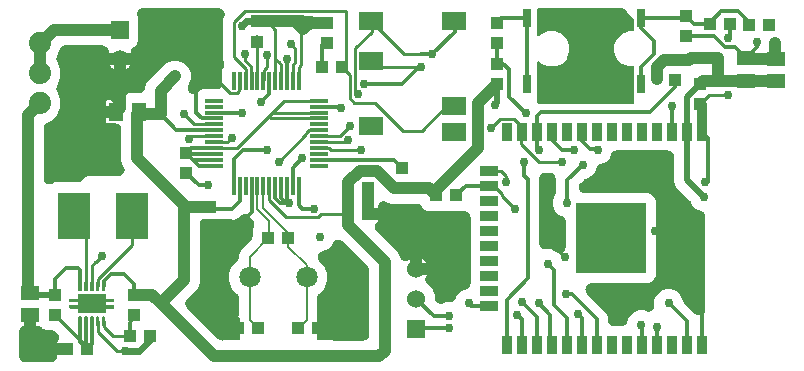
<source format=gtl>
G04 EAGLE Gerber RS-274X export*
G04 #@! %TF.Part,Single*
G04 #@! %TF.FileFunction,Copper,L1,Top,Mixed*
G04 #@! %TF.FilePolarity,Positive*
G04 #@! %TF.GenerationSoftware,Autodesk,EAGLE,9.5.2*
G04 #@! %TF.CreationDate,2020-03-16T13:55:46Z*
G75*
%MOMM*%
%FSLAX34Y34*%
%LPD*%
%INTop Copper*%
%IPPOS*%
%AMOC8*
5,1,8,0,0,1.08239X$1,22.5*%
G01*
%ADD10R,1.100000X1.000000*%
%ADD11R,1.000000X1.100000*%
%ADD12R,1.300000X1.500000*%
%ADD13R,1.500000X1.300000*%
%ADD14R,1.524000X1.524000*%
%ADD15C,1.524000*%
%ADD16R,2.400000X1.650000*%
%ADD17C,0.140000*%
%ADD18R,2.768600X3.987800*%
%ADD19R,0.762000X1.524000*%
%ADD20C,1.879600*%
%ADD21R,0.900000X1.500000*%
%ADD22R,1.500000X0.900000*%
%ADD23R,6.000000X6.000000*%
%ADD24R,1.500000X0.300000*%
%ADD25R,0.300000X1.500000*%
%ADD26C,1.800000*%
%ADD27R,2.000000X1.500000*%
%ADD28C,0.254000*%
%ADD29C,0.304800*%
%ADD30C,1.016000*%
%ADD31C,0.812800*%
%ADD32C,0.756400*%
%ADD33C,0.609600*%
%ADD34R,1.056400X1.056400*%
%ADD35C,0.152400*%
%ADD36C,0.508000*%

G36*
X36074Y160619D02*
X36074Y160619D01*
X36198Y160619D01*
X36392Y160643D01*
X36587Y160658D01*
X36708Y160682D01*
X36830Y160697D01*
X37020Y160746D01*
X37211Y160785D01*
X37325Y160823D01*
X37447Y160855D01*
X37646Y160933D01*
X37832Y160996D01*
X40902Y162268D01*
X59338Y162268D01*
X59411Y162272D01*
X59484Y162270D01*
X59729Y162292D01*
X59974Y162308D01*
X60046Y162321D01*
X60119Y162328D01*
X60359Y162381D01*
X60600Y162427D01*
X60670Y162450D01*
X60741Y162465D01*
X60972Y162548D01*
X61206Y162624D01*
X61272Y162655D01*
X61341Y162679D01*
X61560Y162790D01*
X61783Y162895D01*
X61845Y162934D01*
X61910Y162967D01*
X62113Y163104D01*
X62321Y163236D01*
X62377Y163282D01*
X62438Y163323D01*
X62611Y163476D01*
X62812Y163641D01*
X62870Y163702D01*
X62930Y163755D01*
X65931Y166756D01*
X69198Y168110D01*
X92859Y168110D01*
X92866Y168107D01*
X92945Y168088D01*
X93023Y168061D01*
X93255Y168013D01*
X93485Y167958D01*
X93566Y167949D01*
X93647Y167932D01*
X93883Y167913D01*
X94118Y167887D01*
X94200Y167888D01*
X94282Y167882D01*
X94518Y167893D01*
X94755Y167896D01*
X94836Y167908D01*
X94918Y167911D01*
X95152Y167952D01*
X95386Y167985D01*
X95465Y168006D01*
X95546Y168021D01*
X95772Y168090D01*
X96001Y168152D01*
X96077Y168183D01*
X96155Y168207D01*
X96371Y168305D01*
X96590Y168395D01*
X96661Y168435D01*
X96736Y168469D01*
X96938Y168593D01*
X97144Y168710D01*
X97210Y168759D01*
X97280Y168801D01*
X97465Y168949D01*
X97654Y169091D01*
X97713Y169148D01*
X97777Y169199D01*
X97943Y169369D01*
X98113Y169533D01*
X98164Y169597D01*
X98221Y169656D01*
X98364Y169845D01*
X98512Y170030D01*
X98555Y170100D01*
X98605Y170165D01*
X98722Y170371D01*
X98847Y170572D01*
X98880Y170647D01*
X98921Y170718D01*
X99012Y170937D01*
X99110Y171152D01*
X99135Y171230D01*
X99166Y171306D01*
X99229Y171535D01*
X99299Y171761D01*
X99314Y171841D01*
X99335Y171920D01*
X99369Y172155D01*
X99411Y172388D01*
X99415Y172470D01*
X99427Y172551D01*
X99431Y172788D01*
X99443Y173024D01*
X99437Y173106D01*
X99438Y173188D01*
X99413Y173423D01*
X99395Y173660D01*
X99378Y173740D01*
X99370Y173821D01*
X99315Y174052D01*
X99268Y174284D01*
X99242Y174360D01*
X99222Y174441D01*
X99131Y174685D01*
X99056Y174904D01*
X96791Y180373D01*
X96791Y207180D01*
X96782Y207335D01*
X96782Y207490D01*
X96762Y207652D01*
X96751Y207816D01*
X96722Y207968D01*
X96703Y208122D01*
X96663Y208281D01*
X96632Y208442D01*
X96584Y208589D01*
X96546Y208739D01*
X96486Y208892D01*
X96435Y209048D01*
X96370Y209188D01*
X96313Y209332D01*
X96234Y209476D01*
X96164Y209624D01*
X96082Y209755D01*
X96007Y209891D01*
X95911Y210024D01*
X95823Y210163D01*
X95725Y210282D01*
X95634Y210408D01*
X95522Y210527D01*
X95418Y210654D01*
X95305Y210760D01*
X95199Y210873D01*
X95073Y210978D01*
X94954Y211090D01*
X94828Y211182D01*
X94709Y211281D01*
X94571Y211369D01*
X94439Y211465D01*
X94303Y211540D01*
X94172Y211624D01*
X94024Y211694D01*
X93881Y211773D01*
X93737Y211830D01*
X93597Y211897D01*
X93441Y211948D01*
X93288Y212008D01*
X93138Y212047D01*
X92991Y212096D01*
X92830Y212127D01*
X92672Y212168D01*
X92518Y212187D01*
X92366Y212217D01*
X92207Y212227D01*
X92040Y212249D01*
X91871Y212249D01*
X91712Y212259D01*
X85750Y212259D01*
X85259Y212357D01*
X84797Y212548D01*
X84380Y212827D01*
X84027Y213180D01*
X83748Y213597D01*
X83557Y214059D01*
X83459Y214550D01*
X83459Y217221D01*
X91712Y217221D01*
X91867Y217230D01*
X92022Y217230D01*
X92184Y217250D01*
X92348Y217261D01*
X92500Y217289D01*
X92654Y217309D01*
X92813Y217349D01*
X92974Y217380D01*
X93121Y217428D01*
X93271Y217466D01*
X93424Y217526D01*
X93580Y217576D01*
X93720Y217642D01*
X93864Y217699D01*
X94008Y217778D01*
X94156Y217847D01*
X94287Y217930D01*
X94423Y218005D01*
X94556Y218101D01*
X94695Y218188D01*
X94814Y218287D01*
X94940Y218378D01*
X95059Y218490D01*
X95186Y218594D01*
X95292Y218707D01*
X95405Y218813D01*
X95510Y218939D01*
X95622Y219058D01*
X95714Y219184D01*
X95813Y219303D01*
X95901Y219441D01*
X95997Y219573D01*
X96072Y219709D01*
X96156Y219840D01*
X96226Y219988D01*
X96305Y220131D01*
X96362Y220275D01*
X96429Y220415D01*
X96480Y220571D01*
X96540Y220723D01*
X96579Y220873D01*
X96628Y221021D01*
X96659Y221181D01*
X96700Y221340D01*
X96719Y221494D01*
X96749Y221646D01*
X96759Y221805D01*
X96781Y221972D01*
X96781Y222141D01*
X96791Y222300D01*
X96782Y222455D01*
X96782Y222609D01*
X96782Y222610D01*
X96762Y222773D01*
X96751Y222936D01*
X96722Y223088D01*
X96703Y223242D01*
X96663Y223401D01*
X96632Y223562D01*
X96584Y223709D01*
X96546Y223859D01*
X96486Y224012D01*
X96435Y224168D01*
X96370Y224308D01*
X96313Y224452D01*
X96234Y224596D01*
X96164Y224745D01*
X96082Y224875D01*
X96007Y225011D01*
X95911Y225144D01*
X95823Y225283D01*
X95725Y225402D01*
X95634Y225528D01*
X95522Y225647D01*
X95418Y225774D01*
X95305Y225880D01*
X95199Y225993D01*
X95073Y226098D01*
X94954Y226211D01*
X94828Y226302D01*
X94709Y226401D01*
X94571Y226489D01*
X94439Y226586D01*
X94303Y226660D01*
X94172Y226744D01*
X94024Y226814D01*
X93881Y226893D01*
X93737Y226950D01*
X93597Y227017D01*
X93441Y227068D01*
X93288Y227129D01*
X93138Y227167D01*
X92991Y227216D01*
X92830Y227247D01*
X92672Y227288D01*
X92518Y227308D01*
X92366Y227337D01*
X92207Y227347D01*
X92040Y227369D01*
X91871Y227369D01*
X91712Y227379D01*
X83459Y227379D01*
X83459Y230050D01*
X83557Y230541D01*
X83748Y231003D01*
X84027Y231420D01*
X84380Y231773D01*
X84797Y232052D01*
X85259Y232243D01*
X85750Y232341D01*
X87752Y232341D01*
X87769Y232287D01*
X87773Y232278D01*
X87776Y232268D01*
X87909Y231986D01*
X88038Y231709D01*
X88043Y231701D01*
X88047Y231692D01*
X88213Y231431D01*
X88377Y231170D01*
X88383Y231162D01*
X88388Y231153D01*
X88585Y230916D01*
X88781Y230677D01*
X88788Y230670D01*
X88794Y230662D01*
X89018Y230452D01*
X89243Y230238D01*
X89251Y230232D01*
X89258Y230226D01*
X89507Y230045D01*
X89756Y229861D01*
X89765Y229856D01*
X89773Y229851D01*
X90044Y229701D01*
X90313Y229552D01*
X90322Y229548D01*
X90331Y229543D01*
X90618Y229429D01*
X90904Y229314D01*
X90914Y229311D01*
X90923Y229308D01*
X91220Y229231D01*
X91521Y229152D01*
X91531Y229151D01*
X91540Y229148D01*
X91846Y229109D01*
X92152Y229069D01*
X92162Y229069D01*
X92172Y229067D01*
X92482Y229067D01*
X92789Y229065D01*
X92799Y229066D01*
X92809Y229066D01*
X93117Y229104D01*
X93422Y229141D01*
X93432Y229144D01*
X93442Y229145D01*
X93741Y229221D01*
X94040Y229296D01*
X94049Y229300D01*
X94059Y229302D01*
X94347Y229415D01*
X94634Y229527D01*
X94642Y229531D01*
X94652Y229535D01*
X94926Y229685D01*
X95194Y229830D01*
X95202Y229836D01*
X95211Y229841D01*
X95461Y230022D01*
X95712Y230201D01*
X95719Y230208D01*
X95727Y230214D01*
X95953Y230424D01*
X96179Y230634D01*
X96186Y230642D01*
X96193Y230649D01*
X96390Y230886D01*
X96589Y231123D01*
X96594Y231131D01*
X96600Y231139D01*
X96765Y231396D01*
X96934Y231658D01*
X96938Y231667D01*
X96943Y231676D01*
X97195Y232207D01*
X97216Y232250D01*
X97216Y232251D01*
X97217Y232251D01*
X97217Y232252D01*
X97305Y232521D01*
X97415Y232856D01*
X97415Y232857D01*
X97416Y232858D01*
X97472Y233146D01*
X97537Y233481D01*
X97537Y233482D01*
X97537Y233483D01*
X97541Y233539D01*
X97562Y233858D01*
X100395Y236691D01*
X103383Y237929D01*
X111712Y237929D01*
X111867Y237938D01*
X112022Y237938D01*
X112184Y237958D01*
X112348Y237969D01*
X112500Y237998D01*
X112654Y238017D01*
X112813Y238057D01*
X112974Y238088D01*
X113121Y238136D01*
X113271Y238174D01*
X113424Y238234D01*
X113580Y238285D01*
X113720Y238350D01*
X113864Y238407D01*
X114008Y238486D01*
X114156Y238556D01*
X114287Y238638D01*
X114423Y238713D01*
X114556Y238809D01*
X114695Y238897D01*
X114814Y238995D01*
X114940Y239086D01*
X115059Y239198D01*
X115186Y239302D01*
X115292Y239415D01*
X115405Y239521D01*
X115510Y239647D01*
X115622Y239766D01*
X115714Y239892D01*
X115813Y240011D01*
X115901Y240149D01*
X115997Y240281D01*
X116072Y240417D01*
X116156Y240548D01*
X116226Y240696D01*
X116305Y240839D01*
X116362Y240983D01*
X116429Y241123D01*
X116480Y241279D01*
X116540Y241432D01*
X116579Y241582D01*
X116628Y241729D01*
X116659Y241890D01*
X116700Y242048D01*
X116719Y242202D01*
X116749Y242354D01*
X116759Y242513D01*
X116766Y242567D01*
X118802Y247482D01*
X134818Y263498D01*
X139673Y265509D01*
X144927Y265509D01*
X149782Y263498D01*
X153498Y259782D01*
X155509Y254927D01*
X155509Y249673D01*
X153212Y244127D01*
X153122Y243865D01*
X153027Y243603D01*
X153018Y243563D01*
X153005Y243524D01*
X152949Y243252D01*
X152888Y242981D01*
X152884Y242940D01*
X152876Y242900D01*
X152854Y242623D01*
X152828Y242347D01*
X152829Y242306D01*
X152826Y242265D01*
X152839Y241987D01*
X152847Y241710D01*
X152853Y241670D01*
X152855Y241629D01*
X152903Y241355D01*
X152946Y241081D01*
X152957Y241041D01*
X152964Y241001D01*
X153046Y240735D01*
X153123Y240469D01*
X153139Y240431D01*
X153151Y240392D01*
X153266Y240138D01*
X153375Y239884D01*
X153396Y239848D01*
X153413Y239811D01*
X153558Y239574D01*
X153699Y239335D01*
X153724Y239302D01*
X153745Y239267D01*
X153919Y239050D01*
X154088Y238831D01*
X154117Y238802D01*
X154143Y238770D01*
X154342Y238576D01*
X154538Y238379D01*
X154571Y238354D01*
X154600Y238326D01*
X154822Y238158D01*
X155041Y237988D01*
X155076Y237967D01*
X155109Y237942D01*
X155350Y237804D01*
X155589Y237662D01*
X155626Y237646D01*
X155662Y237626D01*
X155919Y237519D01*
X156173Y237408D01*
X156212Y237397D01*
X156250Y237381D01*
X156519Y237307D01*
X156784Y237229D01*
X156825Y237222D01*
X156864Y237211D01*
X157140Y237172D01*
X157413Y237128D01*
X157454Y237126D01*
X157495Y237120D01*
X157773Y237115D01*
X158050Y237106D01*
X158091Y237110D01*
X158132Y237109D01*
X158408Y237139D01*
X158684Y237164D01*
X158725Y237173D01*
X158765Y237177D01*
X159035Y237241D01*
X159307Y237301D01*
X159345Y237315D01*
X159385Y237325D01*
X159645Y237422D01*
X159907Y237515D01*
X159943Y237534D01*
X159982Y237548D01*
X160228Y237678D01*
X160475Y237803D01*
X160509Y237826D01*
X160546Y237845D01*
X160773Y238004D01*
X161004Y238159D01*
X161034Y238186D01*
X161068Y238210D01*
X161307Y238426D01*
X161496Y238592D01*
X162795Y239891D01*
X165783Y241129D01*
X177192Y241129D01*
X177347Y241138D01*
X177502Y241138D01*
X177664Y241158D01*
X177828Y241169D01*
X177980Y241198D01*
X178134Y241217D01*
X178293Y241257D01*
X178454Y241288D01*
X178601Y241336D01*
X178751Y241374D01*
X178904Y241434D01*
X179060Y241485D01*
X179200Y241550D01*
X179344Y241607D01*
X179488Y241686D01*
X179636Y241756D01*
X179767Y241838D01*
X179903Y241913D01*
X180036Y242009D01*
X180175Y242097D01*
X180294Y242195D01*
X180420Y242286D01*
X180539Y242398D01*
X180666Y242502D01*
X180772Y242615D01*
X180885Y242721D01*
X180990Y242847D01*
X181102Y242966D01*
X181194Y243092D01*
X181293Y243211D01*
X181381Y243349D01*
X181477Y243481D01*
X181552Y243617D01*
X181636Y243748D01*
X181706Y243896D01*
X181785Y244039D01*
X181842Y244183D01*
X181909Y244323D01*
X181960Y244479D01*
X182020Y244632D01*
X182059Y244782D01*
X182108Y244929D01*
X182139Y245090D01*
X182180Y245248D01*
X182199Y245402D01*
X182229Y245554D01*
X182239Y245713D01*
X182261Y245880D01*
X182261Y246049D01*
X182271Y246208D01*
X182271Y257617D01*
X183439Y260436D01*
X183463Y260505D01*
X183493Y260571D01*
X183566Y260806D01*
X183645Y261039D01*
X183660Y261110D01*
X183682Y261180D01*
X183725Y261422D01*
X183775Y261662D01*
X183780Y261735D01*
X183793Y261807D01*
X183805Y262052D01*
X183825Y262298D01*
X183821Y262371D01*
X183825Y262443D01*
X183807Y262688D01*
X183795Y262934D01*
X183783Y263006D01*
X183777Y263079D01*
X183728Y263319D01*
X183686Y263562D01*
X183665Y263632D01*
X183650Y263703D01*
X183575Y263922D01*
X183499Y264171D01*
X183465Y264247D01*
X183439Y264323D01*
X182499Y266592D01*
X182499Y299811D01*
X183744Y302816D01*
X183807Y303002D01*
X183880Y303184D01*
X183911Y303303D01*
X183950Y303419D01*
X183990Y303611D01*
X184039Y303800D01*
X184055Y303922D01*
X184080Y304043D01*
X184095Y304238D01*
X184120Y304432D01*
X184120Y304556D01*
X184130Y304678D01*
X184121Y304874D01*
X184121Y305070D01*
X184106Y305192D01*
X184100Y305314D01*
X184067Y305507D01*
X184043Y305702D01*
X184012Y305821D01*
X183991Y305942D01*
X183934Y306129D01*
X183885Y306319D01*
X183840Y306434D01*
X183804Y306551D01*
X183724Y306730D01*
X183652Y306912D01*
X183593Y307020D01*
X183543Y307132D01*
X183441Y307299D01*
X183347Y307471D01*
X183274Y307571D01*
X183210Y307676D01*
X183088Y307829D01*
X182973Y307988D01*
X182889Y308078D01*
X182813Y308174D01*
X182672Y308310D01*
X182538Y308453D01*
X182444Y308532D01*
X182356Y308618D01*
X182199Y308736D01*
X182049Y308861D01*
X181945Y308927D01*
X181847Y309001D01*
X181677Y309098D01*
X181512Y309204D01*
X181400Y309256D01*
X181294Y309317D01*
X181113Y309393D01*
X180936Y309477D01*
X180819Y309515D01*
X180706Y309562D01*
X180517Y309614D01*
X180331Y309676D01*
X180210Y309699D01*
X180091Y309732D01*
X179898Y309760D01*
X179705Y309797D01*
X179585Y309805D01*
X179461Y309823D01*
X179248Y309827D01*
X179051Y309839D01*
X115063Y309839D01*
X114868Y309827D01*
X114672Y309824D01*
X114550Y309807D01*
X114427Y309799D01*
X114235Y309763D01*
X114041Y309735D01*
X113922Y309703D01*
X113801Y309680D01*
X113615Y309620D01*
X113426Y309568D01*
X113312Y309521D01*
X113195Y309483D01*
X113018Y309400D01*
X112837Y309325D01*
X112730Y309265D01*
X112618Y309212D01*
X112453Y309108D01*
X112283Y309011D01*
X112184Y308937D01*
X112080Y308871D01*
X111929Y308747D01*
X111772Y308629D01*
X111684Y308544D01*
X111589Y308466D01*
X111455Y308323D01*
X111314Y308187D01*
X111237Y308091D01*
X111152Y308002D01*
X111037Y307843D01*
X110914Y307691D01*
X110850Y307586D01*
X110777Y307487D01*
X110683Y307315D01*
X110580Y307148D01*
X110529Y307036D01*
X110470Y306929D01*
X110397Y306747D01*
X110316Y306568D01*
X110280Y306451D01*
X110234Y306336D01*
X110185Y306147D01*
X110127Y305960D01*
X110106Y305839D01*
X110075Y305720D01*
X110050Y305525D01*
X110016Y305333D01*
X110010Y305210D01*
X109994Y305088D01*
X109994Y304891D01*
X109984Y304696D01*
X109993Y304574D01*
X109993Y304450D01*
X110017Y304256D01*
X110032Y304061D01*
X110057Y303940D01*
X110072Y303818D01*
X110120Y303628D01*
X110159Y303437D01*
X110198Y303323D01*
X110229Y303201D01*
X110307Y303003D01*
X110370Y302816D01*
X111149Y300937D01*
X111149Y282463D01*
X109911Y279475D01*
X107625Y277189D01*
X107601Y277179D01*
X107355Y277058D01*
X107106Y276942D01*
X107068Y276918D01*
X107028Y276899D01*
X106800Y276749D01*
X106567Y276602D01*
X106533Y276573D01*
X106496Y276549D01*
X106287Y276371D01*
X106076Y276197D01*
X106045Y276164D01*
X106011Y276135D01*
X105826Y275933D01*
X105638Y275733D01*
X105612Y275697D01*
X105582Y275664D01*
X105424Y275440D01*
X105263Y275219D01*
X105241Y275180D01*
X105215Y275143D01*
X105087Y274901D01*
X104954Y274661D01*
X104938Y274620D01*
X104917Y274580D01*
X104819Y274323D01*
X104718Y274070D01*
X104707Y274027D01*
X104691Y273985D01*
X104627Y273717D01*
X104558Y273453D01*
X104552Y273409D01*
X104542Y273365D01*
X104511Y273093D01*
X104476Y272821D01*
X104476Y272776D01*
X104471Y272732D01*
X104475Y272459D01*
X104474Y272184D01*
X104479Y272139D01*
X104480Y272095D01*
X104518Y271824D01*
X104524Y271779D01*
X95400Y271779D01*
X86276Y271779D01*
X86279Y271804D01*
X86319Y272077D01*
X86319Y272122D01*
X86325Y272166D01*
X86325Y272440D01*
X86330Y272714D01*
X86325Y272758D01*
X86325Y272803D01*
X86291Y273076D01*
X86261Y273347D01*
X86251Y273391D01*
X86246Y273435D01*
X86178Y273701D01*
X86114Y273967D01*
X86099Y274009D01*
X86088Y274052D01*
X85987Y274307D01*
X85891Y274564D01*
X85870Y274603D01*
X85854Y274645D01*
X85722Y274885D01*
X85594Y275128D01*
X85569Y275164D01*
X85547Y275203D01*
X85386Y275425D01*
X85229Y275650D01*
X85199Y275683D01*
X85173Y275719D01*
X84986Y275919D01*
X84802Y276123D01*
X84768Y276152D01*
X84738Y276184D01*
X84527Y276359D01*
X84319Y276538D01*
X84281Y276563D01*
X84247Y276591D01*
X84016Y276739D01*
X83787Y276890D01*
X83748Y276909D01*
X83710Y276933D01*
X83424Y277068D01*
X83199Y277179D01*
X83136Y277205D01*
X83067Y277263D01*
X82883Y277425D01*
X82822Y277466D01*
X82766Y277513D01*
X82559Y277645D01*
X82356Y277783D01*
X82291Y277816D01*
X82229Y277856D01*
X82007Y277961D01*
X81788Y278073D01*
X81720Y278097D01*
X81654Y278129D01*
X81420Y278205D01*
X81189Y278289D01*
X81118Y278305D01*
X81048Y278328D01*
X80807Y278374D01*
X80567Y278428D01*
X80495Y278435D01*
X80423Y278449D01*
X80192Y278464D01*
X79933Y278489D01*
X79849Y278486D01*
X79769Y278491D01*
X49340Y278491D01*
X49226Y278484D01*
X49112Y278486D01*
X48908Y278464D01*
X48704Y278451D01*
X48592Y278430D01*
X48479Y278418D01*
X48279Y278370D01*
X48078Y278332D01*
X47970Y278297D01*
X47859Y278271D01*
X47667Y278199D01*
X47472Y278135D01*
X47369Y278087D01*
X47262Y278047D01*
X47081Y277951D01*
X46895Y277864D01*
X46799Y277803D01*
X46698Y277750D01*
X46530Y277633D01*
X46357Y277523D01*
X46269Y277451D01*
X46176Y277386D01*
X46024Y277248D01*
X45866Y277118D01*
X45788Y277035D01*
X45703Y276958D01*
X45570Y276803D01*
X45429Y276654D01*
X45362Y276561D01*
X45288Y276475D01*
X45175Y276304D01*
X45054Y276139D01*
X44999Y276039D01*
X44936Y275944D01*
X44849Y275767D01*
X44747Y275581D01*
X44700Y275464D01*
X44647Y275356D01*
X42115Y269244D01*
X42092Y269175D01*
X42062Y269108D01*
X41989Y268874D01*
X41909Y268641D01*
X41894Y268569D01*
X41873Y268500D01*
X41830Y268258D01*
X41780Y268017D01*
X41774Y267944D01*
X41761Y267873D01*
X41749Y267627D01*
X41729Y267382D01*
X41733Y267309D01*
X41729Y267236D01*
X41748Y266991D01*
X41759Y266746D01*
X41772Y266674D01*
X41777Y266601D01*
X41826Y266360D01*
X41868Y266118D01*
X41890Y266048D01*
X41904Y265977D01*
X41979Y265758D01*
X42055Y265509D01*
X42089Y265432D01*
X42115Y265356D01*
X45127Y258086D01*
X45127Y251114D01*
X42115Y243844D01*
X42092Y243775D01*
X42062Y243708D01*
X41989Y243474D01*
X41909Y243241D01*
X41894Y243169D01*
X41873Y243100D01*
X41830Y242858D01*
X41780Y242617D01*
X41774Y242544D01*
X41761Y242473D01*
X41749Y242227D01*
X41729Y241982D01*
X41733Y241909D01*
X41729Y241836D01*
X41748Y241591D01*
X41759Y241346D01*
X41772Y241274D01*
X41777Y241201D01*
X41826Y240960D01*
X41868Y240718D01*
X41890Y240648D01*
X41904Y240577D01*
X41979Y240358D01*
X42055Y240109D01*
X42089Y240032D01*
X42115Y239956D01*
X45127Y232686D01*
X45127Y225714D01*
X42458Y219272D01*
X37528Y214342D01*
X33944Y212857D01*
X33842Y212807D01*
X33736Y212765D01*
X33556Y212667D01*
X33372Y212577D01*
X33277Y212514D01*
X33177Y212460D01*
X33010Y212339D01*
X32839Y212227D01*
X32753Y212153D01*
X32660Y212086D01*
X32511Y211947D01*
X32355Y211814D01*
X32278Y211729D01*
X32195Y211651D01*
X32064Y211494D01*
X31926Y211342D01*
X31860Y211249D01*
X31787Y211162D01*
X31677Y210989D01*
X31559Y210821D01*
X31506Y210721D01*
X31444Y210625D01*
X31357Y210440D01*
X31261Y210259D01*
X31220Y210152D01*
X31171Y210049D01*
X31107Y209854D01*
X31035Y209663D01*
X31008Y209552D01*
X30972Y209444D01*
X30933Y209243D01*
X30885Y209043D01*
X30873Y208930D01*
X30851Y208818D01*
X30838Y208622D01*
X30815Y208410D01*
X30816Y208284D01*
X30809Y208164D01*
X30809Y165689D01*
X30821Y165493D01*
X30824Y165297D01*
X30841Y165175D01*
X30849Y165053D01*
X30885Y164860D01*
X30913Y164666D01*
X30945Y164548D01*
X30968Y164427D01*
X31028Y164241D01*
X31080Y164052D01*
X31127Y163938D01*
X31165Y163821D01*
X31248Y163644D01*
X31323Y163462D01*
X31383Y163355D01*
X31436Y163244D01*
X31541Y163079D01*
X31637Y162908D01*
X31711Y162810D01*
X31777Y162706D01*
X31901Y162555D01*
X32019Y162398D01*
X32104Y162310D01*
X32182Y162215D01*
X32325Y162080D01*
X32461Y161940D01*
X32557Y161863D01*
X32646Y161778D01*
X32805Y161663D01*
X32957Y161540D01*
X33062Y161476D01*
X33161Y161403D01*
X33333Y161309D01*
X33500Y161206D01*
X33612Y161155D01*
X33719Y161095D01*
X33901Y161023D01*
X34080Y160942D01*
X34197Y160906D01*
X34312Y160860D01*
X34501Y160811D01*
X34688Y160753D01*
X34809Y160732D01*
X34928Y160701D01*
X35123Y160676D01*
X35316Y160642D01*
X35438Y160636D01*
X35560Y160620D01*
X35757Y160620D01*
X35952Y160610D01*
X36074Y160619D01*
G37*
G36*
X520260Y40636D02*
X520260Y40636D01*
X520374Y40634D01*
X520578Y40656D01*
X520782Y40669D01*
X520894Y40690D01*
X521007Y40702D01*
X521207Y40750D01*
X521408Y40788D01*
X521516Y40823D01*
X521627Y40849D01*
X521819Y40921D01*
X522014Y40985D01*
X522117Y41033D01*
X522224Y41073D01*
X522405Y41168D01*
X522590Y41256D01*
X522687Y41317D01*
X522788Y41370D01*
X522955Y41487D01*
X523129Y41597D01*
X523217Y41669D01*
X523310Y41734D01*
X523462Y41872D01*
X523620Y42002D01*
X523698Y42085D01*
X523783Y42162D01*
X523916Y42317D01*
X524056Y42466D01*
X524124Y42559D01*
X524198Y42645D01*
X524311Y42816D01*
X524432Y42981D01*
X524487Y43081D01*
X524549Y43176D01*
X524636Y43353D01*
X524739Y43539D01*
X524742Y43546D01*
X524742Y43547D01*
X524786Y43658D01*
X524839Y43764D01*
X526903Y48747D01*
X530253Y52097D01*
X534631Y53911D01*
X539369Y53911D01*
X541066Y53208D01*
X541252Y53144D01*
X541434Y53072D01*
X541553Y53041D01*
X541669Y53001D01*
X541861Y52962D01*
X542050Y52913D01*
X542172Y52897D01*
X542293Y52872D01*
X542488Y52857D01*
X542682Y52832D01*
X542806Y52831D01*
X542928Y52822D01*
X543124Y52831D01*
X543320Y52831D01*
X543442Y52846D01*
X543564Y52851D01*
X543757Y52885D01*
X543952Y52909D01*
X544071Y52940D01*
X544192Y52961D01*
X544379Y53018D01*
X544569Y53066D01*
X544684Y53111D01*
X544801Y53147D01*
X544980Y53228D01*
X545162Y53300D01*
X545270Y53359D01*
X545382Y53409D01*
X545549Y53511D01*
X545721Y53605D01*
X545821Y53677D01*
X545926Y53741D01*
X546079Y53864D01*
X546238Y53978D01*
X546327Y54062D01*
X546424Y54139D01*
X546560Y54280D01*
X546703Y54413D01*
X546782Y54508D01*
X546868Y54596D01*
X546985Y54752D01*
X547111Y54903D01*
X547177Y55007D01*
X547251Y55105D01*
X547348Y55275D01*
X547454Y55440D01*
X547506Y55551D01*
X547567Y55658D01*
X547643Y55839D01*
X547727Y56016D01*
X547765Y56133D01*
X547812Y56246D01*
X547864Y56435D01*
X547926Y56621D01*
X547949Y56742D01*
X547982Y56860D01*
X548010Y57054D01*
X548047Y57247D01*
X548055Y57367D01*
X548073Y57491D01*
X548077Y57704D01*
X548089Y57900D01*
X548089Y62369D01*
X549903Y66747D01*
X553253Y70097D01*
X557631Y71911D01*
X562369Y71911D01*
X566747Y70097D01*
X570097Y66747D01*
X571969Y62229D01*
X571983Y62200D01*
X571994Y62170D01*
X572123Y61914D01*
X572249Y61657D01*
X572267Y61630D01*
X572281Y61602D01*
X572441Y61364D01*
X572599Y61124D01*
X572619Y61100D01*
X572637Y61073D01*
X572803Y60884D01*
X573012Y60640D01*
X573043Y60612D01*
X573070Y60581D01*
X580053Y53598D01*
X582465Y51186D01*
X582643Y51029D01*
X582815Y50867D01*
X582882Y50819D01*
X582943Y50764D01*
X583139Y50631D01*
X583331Y50492D01*
X583402Y50452D01*
X583470Y50406D01*
X583681Y50299D01*
X583888Y50184D01*
X583965Y50154D01*
X584038Y50117D01*
X584261Y50036D01*
X584481Y49949D01*
X584560Y49928D01*
X584637Y49900D01*
X584868Y49849D01*
X585097Y49789D01*
X585179Y49779D01*
X585259Y49761D01*
X585494Y49739D01*
X585729Y49708D01*
X585812Y49708D01*
X585893Y49701D01*
X586129Y49708D01*
X586367Y49707D01*
X586448Y49717D01*
X586530Y49720D01*
X586763Y49757D01*
X586999Y49786D01*
X587078Y49806D01*
X587159Y49819D01*
X587387Y49885D01*
X587616Y49943D01*
X587693Y49973D01*
X587771Y49996D01*
X587989Y50090D01*
X588209Y50176D01*
X588281Y50216D01*
X588356Y50248D01*
X588560Y50368D01*
X588768Y50482D01*
X588835Y50530D01*
X588905Y50572D01*
X589093Y50716D01*
X589285Y50855D01*
X589344Y50911D01*
X589409Y50961D01*
X589577Y51129D01*
X589750Y51290D01*
X589803Y51353D01*
X589861Y51411D01*
X590006Y51598D01*
X590158Y51780D01*
X590202Y51849D01*
X590252Y51914D01*
X590373Y52117D01*
X590501Y52317D01*
X590536Y52391D01*
X590578Y52461D01*
X590672Y52679D01*
X590774Y52893D01*
X590799Y52970D01*
X590832Y53046D01*
X590899Y53273D01*
X590973Y53498D01*
X590988Y53578D01*
X591011Y53657D01*
X591049Y53891D01*
X591094Y54123D01*
X591099Y54204D01*
X591112Y54286D01*
X591121Y54546D01*
X591136Y54777D01*
X591136Y133243D01*
X591129Y133357D01*
X591131Y133471D01*
X591109Y133675D01*
X591096Y133879D01*
X591075Y133991D01*
X591063Y134105D01*
X591015Y134304D01*
X590977Y134505D01*
X590942Y134614D01*
X590916Y134724D01*
X590844Y134916D01*
X590780Y135111D01*
X590732Y135215D01*
X590692Y135321D01*
X590597Y135502D01*
X590509Y135688D01*
X590448Y135784D01*
X590395Y135885D01*
X590278Y136053D01*
X590168Y136226D01*
X590096Y136314D01*
X590031Y136407D01*
X589893Y136559D01*
X589763Y136717D01*
X589680Y136795D01*
X589603Y136880D01*
X589448Y137013D01*
X589299Y137154D01*
X589206Y137221D01*
X589120Y137295D01*
X588949Y137408D01*
X588784Y137529D01*
X588684Y137584D01*
X588589Y137647D01*
X588412Y137734D01*
X588226Y137836D01*
X588109Y137883D01*
X588001Y137936D01*
X583253Y139903D01*
X579903Y143253D01*
X579047Y145318D01*
X579033Y145347D01*
X579022Y145377D01*
X578894Y145632D01*
X578767Y145890D01*
X578749Y145917D01*
X578735Y145946D01*
X578575Y146182D01*
X578417Y146423D01*
X578396Y146447D01*
X578379Y146474D01*
X578214Y146661D01*
X578004Y146908D01*
X577973Y146936D01*
X577946Y146966D01*
X566256Y158657D01*
X564631Y162578D01*
X564631Y184292D01*
X564622Y184447D01*
X564622Y184602D01*
X564602Y184764D01*
X564591Y184928D01*
X564562Y185080D01*
X564543Y185234D01*
X564503Y185393D01*
X564472Y185554D01*
X564424Y185701D01*
X564386Y185851D01*
X564326Y186004D01*
X564275Y186160D01*
X564210Y186300D01*
X564153Y186444D01*
X564074Y186588D01*
X564004Y186736D01*
X563922Y186867D01*
X563847Y187003D01*
X563751Y187136D01*
X563663Y187275D01*
X563565Y187394D01*
X563474Y187520D01*
X563362Y187639D01*
X563258Y187766D01*
X563145Y187872D01*
X563039Y187985D01*
X562913Y188090D01*
X562794Y188202D01*
X562668Y188294D01*
X562549Y188393D01*
X562411Y188481D01*
X562279Y188577D01*
X562143Y188652D01*
X562012Y188736D01*
X561864Y188806D01*
X561721Y188885D01*
X561577Y188942D01*
X561437Y189009D01*
X561281Y189060D01*
X561128Y189120D01*
X560978Y189159D01*
X560831Y189208D01*
X560670Y189239D01*
X560512Y189280D01*
X560358Y189299D01*
X560206Y189329D01*
X560047Y189339D01*
X559880Y189361D01*
X559711Y189361D01*
X559552Y189371D01*
X516025Y189371D01*
X515912Y189364D01*
X515798Y189366D01*
X515594Y189344D01*
X515390Y189331D01*
X515278Y189310D01*
X515164Y189298D01*
X514965Y189250D01*
X514764Y189212D01*
X514655Y189177D01*
X514544Y189151D01*
X514353Y189079D01*
X514158Y189015D01*
X514054Y188967D01*
X513948Y188927D01*
X513767Y188832D01*
X513581Y188744D01*
X513485Y188683D01*
X513384Y188630D01*
X513216Y188513D01*
X513043Y188403D01*
X512955Y188331D01*
X512862Y188265D01*
X512710Y188128D01*
X512552Y187998D01*
X512473Y187915D01*
X512389Y187838D01*
X512256Y187683D01*
X512115Y187534D01*
X512048Y187441D01*
X511974Y187355D01*
X511861Y187184D01*
X511740Y187019D01*
X511685Y186919D01*
X511622Y186824D01*
X511535Y186647D01*
X511432Y186461D01*
X511386Y186344D01*
X511333Y186236D01*
X510097Y183253D01*
X506747Y179903D01*
X502204Y178021D01*
X502138Y177989D01*
X502070Y177963D01*
X501852Y177849D01*
X501632Y177740D01*
X501571Y177700D01*
X501506Y177666D01*
X501305Y177526D01*
X501099Y177391D01*
X501044Y177343D01*
X500984Y177302D01*
X500801Y177137D01*
X500614Y176977D01*
X500565Y176923D01*
X500511Y176874D01*
X500351Y176688D01*
X500185Y176506D01*
X500143Y176447D01*
X500096Y176391D01*
X499960Y176186D01*
X499819Y175985D01*
X499784Y175921D01*
X499744Y175860D01*
X499642Y175652D01*
X499520Y175422D01*
X499491Y175344D01*
X499455Y175272D01*
X497573Y170729D01*
X494223Y167378D01*
X489705Y165507D01*
X489676Y165493D01*
X489646Y165482D01*
X489391Y165353D01*
X489133Y165227D01*
X489106Y165209D01*
X489077Y165195D01*
X488840Y165035D01*
X488600Y164877D01*
X488576Y164856D01*
X488549Y164838D01*
X488360Y164673D01*
X488115Y164463D01*
X488087Y164433D01*
X488057Y164406D01*
X485451Y161800D01*
X485294Y161622D01*
X485132Y161450D01*
X485083Y161383D01*
X485029Y161322D01*
X484896Y161126D01*
X484757Y160934D01*
X484717Y160863D01*
X484671Y160795D01*
X484563Y160584D01*
X484449Y160377D01*
X484419Y160300D01*
X484381Y160227D01*
X484301Y160004D01*
X484214Y159784D01*
X484193Y159705D01*
X484165Y159628D01*
X484114Y159397D01*
X484054Y159168D01*
X484044Y159086D01*
X484026Y159006D01*
X484004Y158771D01*
X483973Y158536D01*
X483973Y158453D01*
X483966Y158372D01*
X483973Y158136D01*
X483972Y157898D01*
X483982Y157817D01*
X483985Y157735D01*
X484022Y157501D01*
X484051Y157266D01*
X484071Y157187D01*
X484084Y157106D01*
X484150Y156878D01*
X484208Y156649D01*
X484238Y156573D01*
X484261Y156494D01*
X484355Y156276D01*
X484441Y156056D01*
X484481Y155984D01*
X484513Y155909D01*
X484633Y155705D01*
X484747Y155497D01*
X484795Y155430D01*
X484837Y155360D01*
X484982Y155172D01*
X485120Y154980D01*
X485176Y154921D01*
X485226Y154856D01*
X485393Y154688D01*
X485555Y154515D01*
X485618Y154462D01*
X485676Y154404D01*
X485863Y154259D01*
X486045Y154107D01*
X486114Y154063D01*
X486179Y154013D01*
X486382Y153892D01*
X486582Y153764D01*
X486656Y153729D01*
X486727Y153687D01*
X486943Y153593D01*
X487158Y153491D01*
X487236Y153466D01*
X487311Y153433D01*
X487538Y153366D01*
X487763Y153292D01*
X487843Y153277D01*
X487922Y153254D01*
X488156Y153216D01*
X488388Y153171D01*
X488469Y153166D01*
X488551Y153153D01*
X488811Y153144D01*
X489042Y153129D01*
X542617Y153129D01*
X545605Y151891D01*
X547891Y149605D01*
X549129Y146617D01*
X549129Y83383D01*
X547891Y80395D01*
X545605Y78109D01*
X542617Y76871D01*
X494701Y76871D01*
X494465Y76856D01*
X494228Y76849D01*
X494147Y76836D01*
X494065Y76831D01*
X493833Y76787D01*
X493599Y76750D01*
X493520Y76727D01*
X493440Y76712D01*
X493215Y76639D01*
X492987Y76573D01*
X492911Y76541D01*
X492833Y76515D01*
X492619Y76415D01*
X492402Y76321D01*
X492331Y76279D01*
X492257Y76244D01*
X492057Y76118D01*
X491853Y75997D01*
X491788Y75947D01*
X491719Y75903D01*
X491536Y75753D01*
X491349Y75608D01*
X491291Y75550D01*
X491227Y75498D01*
X491065Y75325D01*
X490897Y75158D01*
X490847Y75093D01*
X490791Y75034D01*
X490652Y74842D01*
X490506Y74655D01*
X490464Y74585D01*
X490416Y74519D01*
X490301Y74311D01*
X490181Y74108D01*
X490148Y74033D01*
X490108Y73961D01*
X490021Y73740D01*
X489926Y73523D01*
X489903Y73445D01*
X489873Y73368D01*
X489814Y73139D01*
X489747Y72912D01*
X489734Y72831D01*
X489713Y72752D01*
X489683Y72517D01*
X489646Y72283D01*
X489643Y72201D01*
X489633Y72120D01*
X489632Y71883D01*
X489624Y71646D01*
X489632Y71565D01*
X489631Y71482D01*
X489661Y71247D01*
X489682Y71012D01*
X489700Y70932D01*
X489710Y70850D01*
X489769Y70620D01*
X489819Y70390D01*
X489847Y70312D01*
X489867Y70233D01*
X489954Y70012D01*
X490033Y69789D01*
X490070Y69716D01*
X490100Y69640D01*
X490214Y69431D01*
X490321Y69221D01*
X490367Y69153D01*
X490406Y69081D01*
X490545Y68889D01*
X490677Y68693D01*
X490730Y68632D01*
X490779Y68564D01*
X490957Y68374D01*
X491110Y68200D01*
X507283Y52027D01*
X508753Y48479D01*
X508753Y45708D01*
X508762Y45554D01*
X508762Y45406D01*
X508762Y45398D01*
X508782Y45236D01*
X508793Y45072D01*
X508822Y44920D01*
X508841Y44766D01*
X508881Y44607D01*
X508912Y44446D01*
X508960Y44299D01*
X508998Y44149D01*
X509058Y43996D01*
X509109Y43840D01*
X509174Y43700D01*
X509231Y43556D01*
X509310Y43412D01*
X509380Y43264D01*
X509462Y43133D01*
X509537Y42997D01*
X509633Y42864D01*
X509721Y42725D01*
X509819Y42606D01*
X509910Y42480D01*
X510022Y42361D01*
X510126Y42234D01*
X510239Y42128D01*
X510345Y42015D01*
X510471Y41910D01*
X510590Y41798D01*
X510716Y41706D01*
X510835Y41607D01*
X510973Y41519D01*
X511105Y41423D01*
X511241Y41348D01*
X511372Y41264D01*
X511520Y41194D01*
X511663Y41115D01*
X511807Y41058D01*
X511947Y40991D01*
X512103Y40940D01*
X512256Y40880D01*
X512406Y40841D01*
X512553Y40792D01*
X512714Y40761D01*
X512872Y40720D01*
X513026Y40701D01*
X513178Y40671D01*
X513337Y40661D01*
X513504Y40639D01*
X513673Y40639D01*
X513832Y40629D01*
X520146Y40629D01*
X520260Y40636D01*
G37*
G36*
X449942Y309831D02*
X449942Y309831D01*
X449884Y309833D01*
X449802Y309811D01*
X449718Y309799D01*
X449665Y309776D01*
X449609Y309761D01*
X449536Y309718D01*
X449459Y309683D01*
X449414Y309645D01*
X449364Y309616D01*
X449306Y309554D01*
X449242Y309500D01*
X449210Y309451D01*
X449170Y309408D01*
X449131Y309333D01*
X449084Y309263D01*
X449067Y309207D01*
X449040Y309155D01*
X449029Y309087D01*
X448999Y308992D01*
X448996Y308892D01*
X448985Y308824D01*
X448985Y286923D01*
X448989Y286894D01*
X448986Y286864D01*
X449009Y286753D01*
X449025Y286641D01*
X449037Y286615D01*
X449042Y286586D01*
X449094Y286485D01*
X449141Y286382D01*
X449160Y286359D01*
X449173Y286333D01*
X449251Y286251D01*
X449324Y286165D01*
X449349Y286149D01*
X449369Y286127D01*
X449467Y286070D01*
X449561Y286007D01*
X449589Y285998D01*
X449614Y285984D01*
X449724Y285956D01*
X449832Y285921D01*
X449862Y285921D01*
X449890Y285913D01*
X450003Y285917D01*
X450116Y285914D01*
X450145Y285922D01*
X450174Y285923D01*
X450282Y285957D01*
X450391Y285986D01*
X450417Y286001D01*
X450445Y286010D01*
X450508Y286055D01*
X450636Y286131D01*
X450679Y286177D01*
X450718Y286205D01*
X452654Y288141D01*
X458134Y290411D01*
X464066Y290411D01*
X469546Y288141D01*
X473741Y283946D01*
X476011Y278466D01*
X476011Y272534D01*
X474369Y268569D01*
X473741Y267054D01*
X471179Y264492D01*
X471178Y264491D01*
X469546Y262859D01*
X465233Y261072D01*
X465232Y261072D01*
X464066Y260589D01*
X458134Y260589D01*
X452654Y262859D01*
X450718Y264795D01*
X450694Y264813D01*
X450676Y264835D01*
X450581Y264898D01*
X450491Y264966D01*
X450463Y264976D01*
X450439Y264993D01*
X450331Y265027D01*
X450225Y265067D01*
X450196Y265070D01*
X450168Y265079D01*
X450054Y265081D01*
X449942Y265091D01*
X449913Y265085D01*
X449884Y265086D01*
X449774Y265057D01*
X449663Y265035D01*
X449637Y265021D01*
X449609Y265014D01*
X449511Y264956D01*
X449411Y264904D01*
X449389Y264884D01*
X449364Y264869D01*
X449287Y264786D01*
X449205Y264708D01*
X449190Y264683D01*
X449170Y264661D01*
X449118Y264561D01*
X449061Y264463D01*
X449054Y264434D01*
X449040Y264408D01*
X449027Y264331D01*
X448991Y264187D01*
X448993Y264125D01*
X448985Y264077D01*
X448985Y230000D01*
X448993Y229942D01*
X448991Y229884D01*
X449013Y229802D01*
X449025Y229719D01*
X449049Y229665D01*
X449063Y229609D01*
X449106Y229536D01*
X449141Y229459D01*
X449179Y229414D01*
X449209Y229364D01*
X449270Y229306D01*
X449325Y229242D01*
X449373Y229210D01*
X449416Y229170D01*
X449491Y229131D01*
X449561Y229085D01*
X449617Y229067D01*
X449669Y229040D01*
X449737Y229029D01*
X449832Y228999D01*
X449932Y228996D01*
X450000Y228985D01*
X530000Y228985D01*
X530058Y228993D01*
X530116Y228991D01*
X530198Y229013D01*
X530282Y229025D01*
X530335Y229049D01*
X530391Y229063D01*
X530464Y229106D01*
X530541Y229141D01*
X530586Y229179D01*
X530636Y229209D01*
X530694Y229270D01*
X530758Y229325D01*
X530790Y229373D01*
X530830Y229416D01*
X530869Y229491D01*
X530916Y229561D01*
X530933Y229617D01*
X530960Y229669D01*
X530971Y229737D01*
X531001Y229832D01*
X531004Y229932D01*
X531015Y230000D01*
X531015Y259574D01*
X531007Y259632D01*
X531009Y259690D01*
X530987Y259772D01*
X530975Y259856D01*
X530952Y259909D01*
X530937Y259965D01*
X530894Y260038D01*
X530859Y260115D01*
X530821Y260160D01*
X530792Y260210D01*
X530730Y260268D01*
X530676Y260332D01*
X530627Y260364D01*
X530584Y260404D01*
X530509Y260443D01*
X530439Y260490D01*
X530383Y260507D01*
X530331Y260534D01*
X530263Y260545D01*
X530168Y260575D01*
X530068Y260578D01*
X530000Y260589D01*
X526134Y260589D01*
X520654Y262859D01*
X516459Y267054D01*
X514189Y272534D01*
X514189Y278466D01*
X516459Y283946D01*
X520654Y288141D01*
X526134Y290411D01*
X530000Y290411D01*
X530058Y290419D01*
X530116Y290417D01*
X530198Y290439D01*
X530282Y290451D01*
X530335Y290474D01*
X530391Y290489D01*
X530464Y290532D01*
X530541Y290567D01*
X530586Y290605D01*
X530636Y290634D01*
X530694Y290696D01*
X530758Y290750D01*
X530790Y290799D01*
X530830Y290842D01*
X530869Y290917D01*
X530916Y290987D01*
X530933Y291043D01*
X530960Y291095D01*
X530971Y291163D01*
X531001Y291258D01*
X531004Y291358D01*
X531015Y291426D01*
X531015Y300000D01*
X531003Y300087D01*
X531000Y300174D01*
X530983Y300227D01*
X530975Y300282D01*
X530940Y300361D01*
X530913Y300445D01*
X530885Y300484D01*
X530859Y300541D01*
X530763Y300654D01*
X530740Y300687D01*
X530739Y300688D01*
X530718Y300718D01*
X524709Y306727D01*
X524690Y306768D01*
X524633Y306912D01*
X524554Y307056D01*
X524484Y307204D01*
X524402Y307335D01*
X524327Y307471D01*
X524231Y307604D01*
X524143Y307743D01*
X524045Y307862D01*
X523954Y307988D01*
X523842Y308107D01*
X523738Y308234D01*
X523625Y308340D01*
X523519Y308453D01*
X523393Y308558D01*
X523274Y308670D01*
X523148Y308762D01*
X523029Y308861D01*
X522891Y308949D01*
X522759Y309045D01*
X522623Y309120D01*
X522492Y309204D01*
X522344Y309274D01*
X522201Y309353D01*
X522057Y309410D01*
X521997Y309438D01*
X521894Y309542D01*
X521824Y309594D01*
X521760Y309654D01*
X521711Y309680D01*
X521667Y309713D01*
X521585Y309744D01*
X521507Y309784D01*
X521459Y309792D01*
X521401Y309814D01*
X521253Y309826D01*
X521176Y309839D01*
X450000Y309839D01*
X449942Y309831D01*
G37*
G36*
X367414Y59515D02*
X367414Y59515D01*
X367538Y59515D01*
X367732Y59539D01*
X367927Y59554D01*
X368048Y59578D01*
X368170Y59594D01*
X368360Y59642D01*
X368551Y59681D01*
X368665Y59720D01*
X368787Y59751D01*
X368985Y59829D01*
X369172Y59892D01*
X371631Y60911D01*
X375091Y60911D01*
X375205Y60918D01*
X375319Y60916D01*
X375523Y60938D01*
X375727Y60951D01*
X375839Y60972D01*
X375952Y60984D01*
X376152Y61032D01*
X376353Y61070D01*
X376461Y61105D01*
X376572Y61131D01*
X376764Y61203D01*
X376959Y61267D01*
X377062Y61315D01*
X377169Y61355D01*
X377350Y61451D01*
X377536Y61538D01*
X377632Y61599D01*
X377733Y61652D01*
X377901Y61769D01*
X378074Y61879D01*
X378162Y61951D01*
X378255Y62016D01*
X378407Y62154D01*
X378565Y62284D01*
X378643Y62367D01*
X378728Y62444D01*
X378861Y62599D01*
X379002Y62748D01*
X379069Y62840D01*
X379143Y62927D01*
X379256Y63098D01*
X379377Y63263D01*
X379432Y63363D01*
X379495Y63458D01*
X379582Y63635D01*
X379684Y63821D01*
X379699Y63859D01*
X379702Y63864D01*
X379735Y63946D01*
X379784Y64046D01*
X380903Y66747D01*
X384253Y70097D01*
X389236Y72161D01*
X389338Y72211D01*
X389444Y72253D01*
X389624Y72352D01*
X389808Y72442D01*
X389903Y72504D01*
X390003Y72559D01*
X390169Y72679D01*
X390341Y72791D01*
X390427Y72865D01*
X390520Y72932D01*
X390669Y73072D01*
X390825Y73205D01*
X390902Y73289D01*
X390985Y73367D01*
X391116Y73524D01*
X391254Y73676D01*
X391320Y73769D01*
X391393Y73857D01*
X391503Y74029D01*
X391621Y74197D01*
X391674Y74298D01*
X391736Y74394D01*
X391824Y74579D01*
X391919Y74760D01*
X391960Y74866D01*
X392009Y74969D01*
X392073Y75164D01*
X392145Y75356D01*
X392172Y75466D01*
X392208Y75575D01*
X392247Y75775D01*
X392295Y75975D01*
X392307Y76088D01*
X392329Y76200D01*
X392342Y76397D01*
X392365Y76608D01*
X392364Y76734D01*
X392371Y76854D01*
X392371Y132792D01*
X392362Y132947D01*
X392362Y133102D01*
X392342Y133264D01*
X392331Y133428D01*
X392302Y133580D01*
X392283Y133734D01*
X392243Y133893D01*
X392212Y134054D01*
X392164Y134201D01*
X392126Y134351D01*
X392066Y134504D01*
X392015Y134660D01*
X391950Y134800D01*
X391893Y134944D01*
X391814Y135088D01*
X391744Y135236D01*
X391662Y135367D01*
X391587Y135503D01*
X391491Y135636D01*
X391403Y135775D01*
X391305Y135894D01*
X391214Y136020D01*
X391102Y136139D01*
X390998Y136266D01*
X390885Y136372D01*
X390779Y136485D01*
X390653Y136590D01*
X390534Y136702D01*
X390408Y136794D01*
X390289Y136893D01*
X390151Y136981D01*
X390019Y137077D01*
X389883Y137152D01*
X389752Y137236D01*
X389604Y137306D01*
X389461Y137385D01*
X389317Y137442D01*
X389177Y137509D01*
X389021Y137560D01*
X388868Y137620D01*
X388718Y137659D01*
X388571Y137708D01*
X388410Y137739D01*
X388252Y137780D01*
X388098Y137799D01*
X387946Y137829D01*
X387787Y137839D01*
X387620Y137861D01*
X387451Y137861D01*
X387292Y137871D01*
X373672Y137871D01*
X373608Y137900D01*
X373373Y137973D01*
X373141Y138053D01*
X373070Y138067D01*
X373000Y138089D01*
X372757Y138132D01*
X372517Y138182D01*
X372445Y138188D01*
X372372Y138200D01*
X372127Y138213D01*
X371882Y138232D01*
X371809Y138229D01*
X371736Y138232D01*
X371491Y138214D01*
X371246Y138202D01*
X371174Y138190D01*
X371101Y138184D01*
X370860Y138135D01*
X370618Y138093D01*
X370548Y138072D01*
X370476Y138057D01*
X370257Y137983D01*
X370009Y137906D01*
X369933Y137872D01*
X369930Y137871D01*
X356683Y137871D01*
X353695Y139109D01*
X351388Y141417D01*
X351318Y141544D01*
X351228Y141728D01*
X351165Y141823D01*
X351111Y141923D01*
X350990Y142090D01*
X350878Y142260D01*
X350804Y142347D01*
X350737Y142440D01*
X350597Y142589D01*
X350465Y142745D01*
X350380Y142822D01*
X350302Y142905D01*
X350145Y143036D01*
X349994Y143174D01*
X349900Y143240D01*
X349813Y143313D01*
X349640Y143423D01*
X349473Y143541D01*
X349372Y143594D01*
X349276Y143656D01*
X349091Y143743D01*
X348910Y143839D01*
X348803Y143880D01*
X348700Y143929D01*
X348505Y143993D01*
X348314Y144065D01*
X348203Y144092D01*
X348095Y144128D01*
X347894Y144167D01*
X347695Y144215D01*
X347581Y144227D01*
X347469Y144249D01*
X347272Y144262D01*
X347061Y144285D01*
X346936Y144283D01*
X346815Y144291D01*
X324812Y144291D01*
X320824Y145943D01*
X320770Y145962D01*
X320718Y145986D01*
X320468Y146065D01*
X320221Y146150D01*
X320165Y146161D01*
X320111Y146179D01*
X319854Y146226D01*
X319597Y146279D01*
X319540Y146283D01*
X319484Y146294D01*
X319223Y146309D01*
X318962Y146329D01*
X318905Y146327D01*
X318848Y146330D01*
X318587Y146312D01*
X318326Y146300D01*
X318269Y146290D01*
X318212Y146286D01*
X317956Y146235D01*
X317698Y146190D01*
X317643Y146174D01*
X317587Y146163D01*
X317339Y146080D01*
X317089Y146004D01*
X317037Y145980D01*
X316982Y145962D01*
X316746Y145849D01*
X316508Y145742D01*
X316459Y145712D01*
X316408Y145687D01*
X316188Y145546D01*
X315964Y145410D01*
X315920Y145374D01*
X315872Y145343D01*
X315671Y145175D01*
X315467Y145012D01*
X315427Y144971D01*
X315383Y144934D01*
X315205Y144742D01*
X315023Y144555D01*
X314988Y144509D01*
X314949Y144467D01*
X314796Y144255D01*
X314639Y144046D01*
X314611Y143996D01*
X314578Y143950D01*
X314452Y143720D01*
X314323Y143493D01*
X314301Y143440D01*
X314273Y143390D01*
X314178Y143146D01*
X314078Y142905D01*
X314063Y142850D01*
X314042Y142796D01*
X313978Y142543D01*
X313909Y142291D01*
X313900Y142234D01*
X313886Y142179D01*
X313855Y141919D01*
X313817Y141660D01*
X313816Y141603D01*
X313810Y141546D01*
X313811Y141284D01*
X313806Y141023D01*
X313812Y140966D01*
X313812Y140909D01*
X313841Y140696D01*
X313841Y140379D01*
X307508Y140379D01*
X307353Y140370D01*
X307198Y140370D01*
X307036Y140350D01*
X306872Y140339D01*
X306720Y140310D01*
X306566Y140291D01*
X306407Y140251D01*
X306246Y140220D01*
X306099Y140172D01*
X305949Y140134D01*
X305796Y140074D01*
X305640Y140024D01*
X305500Y139958D01*
X305356Y139901D01*
X305212Y139822D01*
X305064Y139753D01*
X304933Y139670D01*
X304797Y139595D01*
X304664Y139499D01*
X304525Y139411D01*
X304406Y139313D01*
X304280Y139222D01*
X304161Y139110D01*
X304034Y139006D01*
X303928Y138893D01*
X303815Y138787D01*
X303710Y138661D01*
X303598Y138542D01*
X303506Y138416D01*
X303407Y138297D01*
X303319Y138159D01*
X303223Y138027D01*
X303148Y137891D01*
X303064Y137760D01*
X302994Y137612D01*
X302915Y137469D01*
X302858Y137325D01*
X302791Y137185D01*
X302740Y137029D01*
X302680Y136877D01*
X302641Y136727D01*
X302592Y136579D01*
X302561Y136419D01*
X302520Y136260D01*
X302501Y136106D01*
X302471Y135954D01*
X302461Y135795D01*
X302439Y135628D01*
X302439Y135459D01*
X302429Y135300D01*
X302438Y135145D01*
X302438Y134991D01*
X302438Y134990D01*
X302458Y134827D01*
X302469Y134664D01*
X302498Y134512D01*
X302517Y134358D01*
X302557Y134199D01*
X302588Y134038D01*
X302636Y133891D01*
X302674Y133741D01*
X302734Y133588D01*
X302785Y133432D01*
X302850Y133292D01*
X302907Y133148D01*
X302986Y133004D01*
X303056Y132855D01*
X303138Y132725D01*
X303213Y132589D01*
X303309Y132456D01*
X303397Y132317D01*
X303495Y132198D01*
X303586Y132072D01*
X303698Y131952D01*
X303802Y131826D01*
X303915Y131720D01*
X304021Y131607D01*
X304147Y131502D01*
X304266Y131389D01*
X304392Y131298D01*
X304511Y131199D01*
X304649Y131111D01*
X304781Y131014D01*
X304917Y130940D01*
X305048Y130856D01*
X305196Y130786D01*
X305339Y130707D01*
X305483Y130650D01*
X305623Y130583D01*
X305779Y130532D01*
X305932Y130471D01*
X306082Y130433D01*
X306229Y130384D01*
X306390Y130353D01*
X306548Y130312D01*
X306702Y130292D01*
X306854Y130263D01*
X307013Y130253D01*
X307180Y130231D01*
X307349Y130231D01*
X307508Y130221D01*
X313841Y130221D01*
X313841Y130050D01*
X313743Y129559D01*
X313552Y129097D01*
X313273Y128680D01*
X312728Y128135D01*
X312626Y128019D01*
X312516Y127909D01*
X312415Y127780D01*
X312307Y127657D01*
X312220Y127529D01*
X312124Y127407D01*
X312041Y127266D01*
X311949Y127130D01*
X311878Y126992D01*
X311799Y126859D01*
X311734Y126709D01*
X311659Y126563D01*
X311607Y126417D01*
X311545Y126275D01*
X311499Y126118D01*
X311443Y125963D01*
X311409Y125812D01*
X311365Y125663D01*
X311339Y125502D01*
X311304Y125342D01*
X311289Y125188D01*
X311264Y125034D01*
X311259Y124870D01*
X311243Y124707D01*
X311248Y124553D01*
X311243Y124398D01*
X311257Y124234D01*
X311262Y124071D01*
X311287Y123918D01*
X311301Y123763D01*
X311336Y123603D01*
X311361Y123441D01*
X311405Y123292D01*
X311438Y123141D01*
X311493Y122987D01*
X311538Y122829D01*
X311600Y122687D01*
X311652Y122541D01*
X311726Y122395D01*
X311791Y122244D01*
X311869Y122110D01*
X311939Y121972D01*
X312031Y121836D01*
X312114Y121695D01*
X312209Y121573D01*
X312296Y121444D01*
X312401Y121325D01*
X312504Y121191D01*
X312623Y121071D01*
X312728Y120952D01*
X331198Y102482D01*
X332670Y98928D01*
X332721Y98824D01*
X332763Y98716D01*
X332861Y98538D01*
X332950Y98356D01*
X333014Y98259D01*
X333069Y98157D01*
X333188Y97993D01*
X333300Y97823D01*
X333375Y97735D01*
X333443Y97641D01*
X333581Y97493D01*
X333714Y97338D01*
X333799Y97260D01*
X333878Y97176D01*
X334034Y97046D01*
X334185Y96909D01*
X334279Y96843D01*
X334368Y96769D01*
X334539Y96660D01*
X334706Y96543D01*
X334808Y96489D01*
X334906Y96426D01*
X335089Y96339D01*
X335268Y96244D01*
X335377Y96203D01*
X335481Y96154D01*
X335674Y96090D01*
X335864Y96018D01*
X335977Y95991D01*
X336087Y95955D01*
X336286Y95917D01*
X336484Y95869D01*
X336599Y95856D01*
X336712Y95834D01*
X336914Y95821D01*
X337117Y95798D01*
X337233Y95800D01*
X337348Y95792D01*
X337551Y95805D01*
X337754Y95807D01*
X337869Y95824D01*
X337984Y95831D01*
X338184Y95868D01*
X338385Y95896D01*
X338497Y95927D01*
X338610Y95948D01*
X338804Y96010D01*
X339000Y96063D01*
X339107Y96107D01*
X339217Y96143D01*
X339401Y96229D01*
X339589Y96306D01*
X339689Y96363D01*
X339794Y96412D01*
X339960Y96517D01*
X340143Y96621D01*
X340245Y96697D01*
X340348Y96762D01*
X341075Y97290D01*
X341321Y97416D01*
X341321Y88600D01*
X341330Y88446D01*
X341330Y88291D01*
X341350Y88128D01*
X341361Y87964D01*
X341389Y87813D01*
X341409Y87659D01*
X341449Y87499D01*
X341480Y87339D01*
X341528Y87191D01*
X341566Y87041D01*
X341626Y86889D01*
X341676Y86733D01*
X341742Y86592D01*
X341799Y86448D01*
X341878Y86304D01*
X341947Y86156D01*
X342030Y86025D01*
X342105Y85889D01*
X342201Y85756D01*
X342288Y85618D01*
X342387Y85498D01*
X342478Y85373D01*
X342590Y85253D01*
X342694Y85127D01*
X342695Y85126D01*
X342807Y85020D01*
X342913Y84907D01*
X343039Y84802D01*
X343159Y84689D01*
X343284Y84598D01*
X343403Y84499D01*
X343541Y84411D01*
X343674Y84314D01*
X343809Y84240D01*
X343940Y84156D01*
X344088Y84086D01*
X344232Y84007D01*
X344376Y83950D01*
X344516Y83883D01*
X344672Y83832D01*
X344824Y83771D01*
X344974Y83733D01*
X345121Y83684D01*
X345282Y83653D01*
X345441Y83612D01*
X345594Y83592D01*
X345746Y83563D01*
X345905Y83553D01*
X346073Y83531D01*
X346241Y83531D01*
X346400Y83521D01*
X355216Y83521D01*
X355090Y83275D01*
X355076Y83255D01*
X355036Y83192D01*
X354990Y83133D01*
X354865Y82923D01*
X354735Y82718D01*
X354703Y82650D01*
X354665Y82585D01*
X354567Y82361D01*
X354463Y82141D01*
X354440Y82070D01*
X354410Y82001D01*
X354342Y81767D01*
X354266Y81535D01*
X354252Y81461D01*
X354231Y81390D01*
X354192Y81149D01*
X354147Y80909D01*
X354142Y80835D01*
X354130Y80761D01*
X354122Y80517D01*
X354106Y80274D01*
X354111Y80199D01*
X354108Y80124D01*
X354130Y79881D01*
X354146Y79638D01*
X354160Y79564D01*
X354166Y79490D01*
X354219Y79252D01*
X354264Y79012D01*
X354288Y78940D01*
X354304Y78867D01*
X354385Y78638D01*
X354461Y78406D01*
X354492Y78338D01*
X354518Y78267D01*
X354628Y78049D01*
X354731Y77829D01*
X354771Y77765D01*
X354805Y77699D01*
X354941Y77497D01*
X355072Y77290D01*
X355119Y77233D01*
X355161Y77170D01*
X355313Y76997D01*
X355477Y76799D01*
X355539Y76740D01*
X355594Y76678D01*
X359751Y72521D01*
X362149Y66733D01*
X362149Y64585D01*
X362161Y64389D01*
X362164Y64193D01*
X362181Y64072D01*
X362189Y63949D01*
X362225Y63756D01*
X362253Y63563D01*
X362285Y63444D01*
X362308Y63323D01*
X362368Y63137D01*
X362420Y62948D01*
X362467Y62834D01*
X362505Y62717D01*
X362588Y62540D01*
X362663Y62359D01*
X362723Y62252D01*
X362776Y62140D01*
X362880Y61975D01*
X362977Y61805D01*
X363051Y61706D01*
X363117Y61602D01*
X363241Y61451D01*
X363359Y61294D01*
X363444Y61206D01*
X363522Y61111D01*
X363665Y60977D01*
X363801Y60836D01*
X363897Y60759D01*
X363986Y60674D01*
X364145Y60559D01*
X364297Y60436D01*
X364402Y60372D01*
X364501Y60299D01*
X364673Y60205D01*
X364840Y60102D01*
X364952Y60051D01*
X365059Y59992D01*
X365241Y59919D01*
X365420Y59838D01*
X365537Y59802D01*
X365652Y59756D01*
X365841Y59707D01*
X366028Y59649D01*
X366149Y59628D01*
X366268Y59597D01*
X366463Y59572D01*
X366655Y59538D01*
X366778Y59532D01*
X366900Y59516D01*
X367097Y59516D01*
X367292Y59506D01*
X367414Y59515D01*
G37*
G36*
X190937Y130391D02*
X190937Y130391D01*
X190879Y130489D01*
X190827Y130589D01*
X190807Y130611D01*
X190792Y130636D01*
X190709Y130713D01*
X190631Y130795D01*
X190606Y130810D01*
X190584Y130830D01*
X190483Y130882D01*
X190386Y130939D01*
X190357Y130946D01*
X190331Y130960D01*
X190254Y130973D01*
X190110Y131009D01*
X190048Y131007D01*
X190000Y131015D01*
X165000Y131015D01*
X164913Y131003D01*
X164826Y131000D01*
X164773Y130983D01*
X164719Y130975D01*
X164639Y130940D01*
X164555Y130913D01*
X164516Y130885D01*
X164459Y130859D01*
X164346Y130763D01*
X164282Y130718D01*
X163282Y129718D01*
X163230Y129648D01*
X163170Y129584D01*
X163144Y129535D01*
X163111Y129491D01*
X163080Y129409D01*
X163040Y129331D01*
X163032Y129284D01*
X163010Y129225D01*
X162998Y129077D01*
X162985Y129000D01*
X162985Y111000D01*
X162993Y110942D01*
X162991Y110884D01*
X163013Y110802D01*
X163025Y110719D01*
X163049Y110665D01*
X163063Y110609D01*
X163106Y110536D01*
X163141Y110459D01*
X163179Y110414D01*
X163209Y110364D01*
X163209Y77373D01*
X161198Y72518D01*
X156768Y68088D01*
X152272Y63592D01*
X152169Y63475D01*
X152059Y63366D01*
X151959Y63237D01*
X151850Y63114D01*
X151763Y62986D01*
X151668Y62863D01*
X151584Y62722D01*
X151492Y62587D01*
X151422Y62449D01*
X151342Y62316D01*
X151277Y62165D01*
X151202Y62019D01*
X151150Y61874D01*
X151088Y61731D01*
X151042Y61574D01*
X150986Y61420D01*
X150952Y61269D01*
X150909Y61120D01*
X150883Y60958D01*
X150847Y60798D01*
X150832Y60644D01*
X150808Y60491D01*
X150802Y60327D01*
X150787Y60164D01*
X150791Y60009D01*
X150786Y59854D01*
X150801Y59691D01*
X150806Y59527D01*
X150830Y59374D01*
X150844Y59220D01*
X150879Y59060D01*
X150905Y58898D01*
X150948Y58749D01*
X150981Y58598D01*
X151036Y58443D01*
X151082Y58286D01*
X151143Y58143D01*
X151195Y57997D01*
X151269Y57851D01*
X151334Y57701D01*
X151413Y57567D01*
X151483Y57429D01*
X151574Y57293D01*
X151658Y57152D01*
X151752Y57029D01*
X151839Y56901D01*
X151944Y56781D01*
X152047Y56648D01*
X152166Y56528D01*
X152272Y56408D01*
X178744Y29936D01*
X178798Y29888D01*
X178848Y29835D01*
X179037Y29677D01*
X179047Y29669D01*
X179049Y29665D01*
X179063Y29609D01*
X179106Y29536D01*
X179141Y29459D01*
X179179Y29414D01*
X179209Y29364D01*
X179270Y29306D01*
X179325Y29242D01*
X179373Y29210D01*
X179416Y29170D01*
X179491Y29131D01*
X179561Y29085D01*
X179617Y29067D01*
X179669Y29040D01*
X179737Y29029D01*
X179832Y28999D01*
X179932Y28996D01*
X180000Y28985D01*
X180085Y28985D01*
X180097Y28979D01*
X180316Y28867D01*
X180385Y28843D01*
X180451Y28811D01*
X180684Y28735D01*
X180915Y28651D01*
X180986Y28635D01*
X181056Y28612D01*
X181297Y28566D01*
X181537Y28512D01*
X181610Y28505D01*
X181681Y28491D01*
X181913Y28476D01*
X181948Y28473D01*
X182052Y28459D01*
X182089Y28459D01*
X182171Y28451D01*
X182255Y28454D01*
X182335Y28449D01*
X182380Y28449D01*
X182535Y28458D01*
X182690Y28458D01*
X182786Y28470D01*
X182808Y28471D01*
X182859Y28479D01*
X183016Y28489D01*
X183168Y28518D01*
X183322Y28537D01*
X183481Y28577D01*
X183642Y28608D01*
X183789Y28656D01*
X183939Y28694D01*
X184092Y28754D01*
X184248Y28805D01*
X184388Y28870D01*
X184532Y28927D01*
X184637Y28985D01*
X196000Y28985D01*
X196058Y28993D01*
X196116Y28991D01*
X196198Y29013D01*
X196282Y29025D01*
X196335Y29049D01*
X196391Y29063D01*
X196464Y29106D01*
X196541Y29141D01*
X196586Y29179D01*
X196636Y29209D01*
X196694Y29270D01*
X196758Y29325D01*
X196790Y29373D01*
X196830Y29416D01*
X196869Y29491D01*
X196916Y29561D01*
X196933Y29617D01*
X196960Y29669D01*
X196971Y29737D01*
X197001Y29832D01*
X197004Y29932D01*
X197015Y30000D01*
X197015Y35617D01*
X197054Y35658D01*
X197088Y35705D01*
X197126Y35747D01*
X197276Y35962D01*
X197429Y36173D01*
X197457Y36223D01*
X197490Y36271D01*
X197611Y36503D01*
X197737Y36731D01*
X197758Y36784D01*
X197785Y36835D01*
X197876Y37081D01*
X197972Y37323D01*
X197987Y37379D01*
X198007Y37433D01*
X198066Y37688D01*
X198132Y37940D01*
X198139Y37997D01*
X198152Y38053D01*
X198179Y38313D01*
X198213Y38572D01*
X198213Y38630D01*
X198219Y38687D01*
X198213Y38948D01*
X198214Y39209D01*
X198207Y39266D01*
X198205Y39324D01*
X198167Y39582D01*
X198135Y39842D01*
X198121Y39897D01*
X198113Y39954D01*
X198042Y40206D01*
X197978Y40459D01*
X197957Y40512D01*
X197941Y40568D01*
X197847Y40790D01*
X197745Y41052D01*
X197744Y41052D01*
X197712Y41111D01*
X197687Y41171D01*
X197687Y41172D01*
X197560Y41389D01*
X197439Y41611D01*
X197400Y41665D01*
X197367Y41723D01*
X197214Y41923D01*
X197066Y42128D01*
X197020Y42176D01*
X197015Y42183D01*
X197015Y47000D01*
X197003Y47087D01*
X197000Y47174D01*
X196983Y47227D01*
X196975Y47282D01*
X196940Y47361D01*
X196913Y47445D01*
X196885Y47484D01*
X196859Y47541D01*
X196763Y47654D01*
X196718Y47718D01*
X195606Y48830D01*
X195660Y48929D01*
X195744Y49060D01*
X195814Y49208D01*
X195893Y49351D01*
X195950Y49495D01*
X196017Y49635D01*
X196068Y49791D01*
X196128Y49944D01*
X196167Y50094D01*
X196216Y50241D01*
X196247Y50402D01*
X196288Y50560D01*
X196307Y50714D01*
X196337Y50866D01*
X196347Y51025D01*
X196369Y51192D01*
X196369Y51361D01*
X196379Y51520D01*
X196379Y64563D01*
X196375Y64636D01*
X196377Y64709D01*
X196355Y64954D01*
X196339Y65199D01*
X196326Y65271D01*
X196319Y65343D01*
X196266Y65584D01*
X196220Y65825D01*
X196197Y65894D01*
X196182Y65966D01*
X196100Y66196D01*
X196023Y66431D01*
X195992Y66497D01*
X195968Y66566D01*
X195857Y66785D01*
X195752Y67008D01*
X195713Y67069D01*
X195680Y67134D01*
X195543Y67338D01*
X195411Y67546D01*
X195365Y67602D01*
X195324Y67662D01*
X195171Y67836D01*
X195006Y68037D01*
X194945Y68094D01*
X194892Y68155D01*
X190749Y72297D01*
X188141Y78593D01*
X188141Y85407D01*
X190749Y91703D01*
X194892Y95845D01*
X194940Y95900D01*
X194993Y95950D01*
X195151Y96139D01*
X195313Y96323D01*
X195354Y96384D01*
X195401Y96440D01*
X195533Y96647D01*
X195671Y96850D01*
X195704Y96915D01*
X195744Y96977D01*
X195849Y97199D01*
X195961Y97418D01*
X195985Y97486D01*
X196017Y97552D01*
X196093Y97786D01*
X196177Y98017D01*
X196193Y98088D01*
X196216Y98158D01*
X196262Y98399D01*
X196316Y98639D01*
X196323Y98711D01*
X196337Y98783D01*
X196352Y99014D01*
X196377Y99273D01*
X196374Y99356D01*
X196379Y99437D01*
X196379Y101239D01*
X197733Y104506D01*
X200948Y107721D01*
X200948Y107722D01*
X206284Y113057D01*
X206332Y113112D01*
X206385Y113162D01*
X206542Y113350D01*
X206705Y113535D01*
X206746Y113595D01*
X206793Y113651D01*
X206925Y113858D01*
X207063Y114062D01*
X207096Y114127D01*
X207136Y114188D01*
X207241Y114411D01*
X207353Y114629D01*
X207377Y114698D01*
X207409Y114764D01*
X207485Y114997D01*
X207569Y115229D01*
X207585Y115300D01*
X207608Y115369D01*
X207654Y115610D01*
X207708Y115850D01*
X207715Y115923D01*
X207729Y115995D01*
X207744Y116226D01*
X207769Y116485D01*
X207766Y116568D01*
X207771Y116649D01*
X207771Y122217D01*
X209061Y125331D01*
X209098Y125439D01*
X209144Y125543D01*
X209201Y125740D01*
X209268Y125934D01*
X209291Y126045D01*
X209323Y126155D01*
X209355Y126357D01*
X209397Y126558D01*
X209406Y126671D01*
X209424Y126784D01*
X209431Y126989D01*
X209447Y127193D01*
X209442Y127307D01*
X209446Y127421D01*
X209427Y127624D01*
X209418Y127829D01*
X209398Y127942D01*
X209388Y128055D01*
X209343Y128255D01*
X209308Y128457D01*
X209275Y128566D01*
X209250Y128677D01*
X209182Y128870D01*
X209122Y129066D01*
X209075Y129170D01*
X209036Y129277D01*
X208944Y129460D01*
X208860Y129647D01*
X208800Y129744D01*
X208749Y129846D01*
X208635Y130016D01*
X208528Y130191D01*
X208456Y130280D01*
X208393Y130374D01*
X208263Y130522D01*
X208130Y130688D01*
X208040Y130776D01*
X207960Y130866D01*
X204830Y133996D01*
X204714Y134099D01*
X204605Y134208D01*
X204476Y134309D01*
X204353Y134418D01*
X204224Y134505D01*
X204102Y134600D01*
X203961Y134684D01*
X203826Y134776D01*
X203688Y134846D01*
X203554Y134925D01*
X203404Y134991D01*
X203258Y135065D01*
X203112Y135118D01*
X202970Y135180D01*
X202813Y135226D01*
X202659Y135281D01*
X202507Y135315D01*
X202359Y135359D01*
X202197Y135385D01*
X202037Y135421D01*
X201883Y135436D01*
X201730Y135460D01*
X201566Y135466D01*
X201403Y135481D01*
X201248Y135477D01*
X201093Y135482D01*
X200930Y135467D01*
X200766Y135462D01*
X200613Y135438D01*
X200459Y135424D01*
X200298Y135388D01*
X200137Y135363D01*
X199988Y135320D01*
X199836Y135286D01*
X199682Y135231D01*
X199524Y135186D01*
X199382Y135125D01*
X199236Y135072D01*
X199090Y134998D01*
X198939Y134934D01*
X198806Y134855D01*
X198668Y134785D01*
X198532Y134693D01*
X198390Y134610D01*
X198268Y134515D01*
X198139Y134429D01*
X198020Y134323D01*
X197886Y134220D01*
X197767Y134102D01*
X197647Y133996D01*
X195468Y131817D01*
X191920Y130347D01*
X190952Y130347D01*
X190944Y130363D01*
X190937Y130391D01*
G37*
G36*
X301867Y28458D02*
X301867Y28458D01*
X302022Y28458D01*
X302184Y28478D01*
X302348Y28489D01*
X302500Y28518D01*
X302654Y28537D01*
X302813Y28577D01*
X302974Y28608D01*
X303121Y28656D01*
X303271Y28694D01*
X303424Y28754D01*
X303580Y28805D01*
X303720Y28870D01*
X303864Y28927D01*
X304008Y29006D01*
X304156Y29076D01*
X304287Y29158D01*
X304423Y29233D01*
X304556Y29329D01*
X304695Y29417D01*
X304814Y29515D01*
X304940Y29606D01*
X305059Y29718D01*
X305186Y29822D01*
X305292Y29935D01*
X305405Y30041D01*
X305510Y30167D01*
X305622Y30286D01*
X305714Y30412D01*
X305813Y30531D01*
X305901Y30669D01*
X305997Y30801D01*
X306072Y30937D01*
X306156Y31068D01*
X306226Y31216D01*
X306305Y31359D01*
X306362Y31503D01*
X306429Y31643D01*
X306480Y31799D01*
X306540Y31952D01*
X306579Y32102D01*
X306628Y32249D01*
X306659Y32410D01*
X306700Y32568D01*
X306719Y32722D01*
X306749Y32874D01*
X306759Y33033D01*
X306781Y33200D01*
X306781Y33369D01*
X306791Y33528D01*
X306791Y87425D01*
X306787Y87498D01*
X306789Y87571D01*
X306767Y87816D01*
X306751Y88061D01*
X306738Y88132D01*
X306731Y88205D01*
X306678Y88445D01*
X306632Y88687D01*
X306609Y88756D01*
X306594Y88827D01*
X306511Y89058D01*
X306435Y89293D01*
X306404Y89359D01*
X306380Y89427D01*
X306269Y89646D01*
X306164Y89869D01*
X306125Y89931D01*
X306092Y89996D01*
X305955Y90199D01*
X305823Y90407D01*
X305777Y90464D01*
X305736Y90524D01*
X305583Y90698D01*
X305418Y90899D01*
X305357Y90956D01*
X305304Y91016D01*
X283978Y112342D01*
X283832Y112471D01*
X283691Y112608D01*
X283593Y112682D01*
X283500Y112763D01*
X283339Y112873D01*
X283182Y112991D01*
X283075Y113052D01*
X282974Y113121D01*
X282799Y113210D01*
X282629Y113308D01*
X282515Y113355D01*
X282406Y113411D01*
X282222Y113477D01*
X282041Y113552D01*
X281922Y113585D01*
X281807Y113627D01*
X281616Y113670D01*
X281427Y113722D01*
X281305Y113739D01*
X281185Y113766D01*
X280990Y113785D01*
X280796Y113813D01*
X280673Y113815D01*
X280551Y113827D01*
X280355Y113821D01*
X280159Y113824D01*
X280037Y113811D01*
X279914Y113807D01*
X279721Y113777D01*
X279526Y113756D01*
X279406Y113727D01*
X279284Y113708D01*
X279096Y113654D01*
X278906Y113609D01*
X278791Y113566D01*
X278672Y113531D01*
X278492Y113454D01*
X278309Y113385D01*
X278200Y113328D01*
X278087Y113279D01*
X277919Y113180D01*
X277745Y113088D01*
X277644Y113018D01*
X277538Y112956D01*
X277383Y112836D01*
X277223Y112724D01*
X277132Y112641D01*
X277034Y112566D01*
X276896Y112428D01*
X276750Y112296D01*
X276670Y112203D01*
X276583Y112116D01*
X276463Y111962D01*
X276335Y111813D01*
X276267Y111711D01*
X276192Y111613D01*
X276091Y111445D01*
X275983Y111282D01*
X275930Y111174D01*
X275866Y111066D01*
X275781Y110870D01*
X275694Y110694D01*
X275097Y109253D01*
X271747Y105903D01*
X267257Y104043D01*
X267059Y104005D01*
X266824Y103968D01*
X266746Y103945D01*
X266665Y103930D01*
X266440Y103857D01*
X266212Y103791D01*
X266137Y103759D01*
X266059Y103733D01*
X265845Y103633D01*
X265627Y103539D01*
X265556Y103497D01*
X265482Y103462D01*
X265282Y103336D01*
X265078Y103215D01*
X265014Y103165D01*
X264944Y103121D01*
X264762Y102971D01*
X264574Y102826D01*
X264516Y102768D01*
X264453Y102716D01*
X264291Y102544D01*
X264123Y102376D01*
X264073Y102311D01*
X264016Y102252D01*
X263877Y102060D01*
X263732Y101873D01*
X263690Y101803D01*
X263641Y101737D01*
X263527Y101529D01*
X263406Y101326D01*
X263373Y101250D01*
X263334Y101179D01*
X263246Y100959D01*
X263152Y100741D01*
X263129Y100663D01*
X263098Y100586D01*
X263039Y100357D01*
X262973Y100130D01*
X262960Y100049D01*
X262939Y99970D01*
X262909Y99735D01*
X262871Y99501D01*
X262869Y99419D01*
X262858Y99338D01*
X262858Y99101D01*
X262850Y98864D01*
X262857Y98783D01*
X262857Y98700D01*
X262886Y98466D01*
X262908Y98230D01*
X262925Y98150D01*
X262936Y98068D01*
X262994Y97839D01*
X263045Y97608D01*
X263073Y97530D01*
X263093Y97451D01*
X263179Y97230D01*
X263259Y97007D01*
X263296Y96934D01*
X263326Y96858D01*
X263440Y96650D01*
X263546Y96439D01*
X263592Y96371D01*
X263632Y96299D01*
X263770Y96107D01*
X263903Y95911D01*
X263956Y95850D01*
X264005Y95782D01*
X264182Y95593D01*
X264335Y95418D01*
X268051Y91703D01*
X270659Y85407D01*
X270659Y78593D01*
X268051Y72297D01*
X263908Y68155D01*
X263860Y68100D01*
X263807Y68050D01*
X263649Y67861D01*
X263487Y67677D01*
X263446Y67616D01*
X263399Y67560D01*
X263267Y67353D01*
X263129Y67150D01*
X263096Y67085D01*
X263056Y67023D01*
X262951Y66801D01*
X262839Y66582D01*
X262815Y66514D01*
X262783Y66448D01*
X262707Y66214D01*
X262623Y65983D01*
X262607Y65912D01*
X262584Y65842D01*
X262538Y65601D01*
X262484Y65361D01*
X262477Y65289D01*
X262463Y65217D01*
X262448Y64986D01*
X262423Y64727D01*
X262426Y64644D01*
X262421Y64563D01*
X262421Y51827D01*
X262414Y51821D01*
X262364Y51792D01*
X262306Y51730D01*
X262242Y51676D01*
X262210Y51627D01*
X262170Y51584D01*
X262131Y51509D01*
X262085Y51439D01*
X262067Y51383D01*
X262040Y51331D01*
X262029Y51263D01*
X261999Y51168D01*
X261996Y51068D01*
X261985Y51000D01*
X261985Y42397D01*
X261832Y42243D01*
X261791Y42190D01*
X261746Y42142D01*
X261597Y41938D01*
X261443Y41738D01*
X261411Y41681D01*
X261371Y41627D01*
X261236Y41381D01*
X261113Y41172D01*
X261113Y41171D01*
X261091Y41119D01*
X261063Y41069D01*
X261063Y41068D01*
X260967Y40826D01*
X260864Y40585D01*
X260849Y40530D01*
X260828Y40476D01*
X260762Y40222D01*
X260691Y39972D01*
X260683Y39915D01*
X260668Y39859D01*
X260635Y39600D01*
X260596Y39342D01*
X260595Y39284D01*
X260587Y39227D01*
X260587Y38966D01*
X260581Y38705D01*
X260586Y38648D01*
X260586Y38590D01*
X260619Y38330D01*
X260645Y38071D01*
X260658Y38015D01*
X260665Y37958D01*
X260730Y37704D01*
X260788Y37450D01*
X260808Y37396D01*
X260822Y37341D01*
X260918Y37097D01*
X261008Y36852D01*
X261034Y36801D01*
X261055Y36748D01*
X261181Y36517D01*
X261301Y36286D01*
X261333Y36239D01*
X261361Y36189D01*
X261514Y35976D01*
X261662Y35761D01*
X261701Y35719D01*
X261734Y35672D01*
X261912Y35482D01*
X261985Y35400D01*
X261985Y30000D01*
X261993Y29942D01*
X261991Y29884D01*
X262013Y29802D01*
X262025Y29719D01*
X262049Y29665D01*
X262063Y29609D01*
X262106Y29536D01*
X262141Y29459D01*
X262179Y29414D01*
X262209Y29364D01*
X262270Y29306D01*
X262325Y29242D01*
X262373Y29210D01*
X262416Y29170D01*
X262491Y29131D01*
X262561Y29085D01*
X262617Y29067D01*
X262669Y29040D01*
X262737Y29029D01*
X262832Y28999D01*
X262932Y28996D01*
X263000Y28985D01*
X274161Y28985D01*
X274251Y28935D01*
X274395Y28878D01*
X274535Y28811D01*
X274691Y28760D01*
X274844Y28700D01*
X274994Y28661D01*
X275141Y28612D01*
X275302Y28581D01*
X275460Y28540D01*
X275614Y28521D01*
X275766Y28491D01*
X275925Y28481D01*
X276092Y28459D01*
X276261Y28459D01*
X276420Y28449D01*
X301712Y28449D01*
X301867Y28458D01*
G37*
G36*
X37417Y10162D02*
X37417Y10162D01*
X37433Y10161D01*
X37737Y10182D01*
X38037Y10201D01*
X38053Y10204D01*
X38069Y10205D01*
X38366Y10263D01*
X38663Y10320D01*
X38678Y10325D01*
X38694Y10328D01*
X38980Y10423D01*
X39269Y10517D01*
X39284Y10523D01*
X39299Y10528D01*
X39572Y10659D01*
X39846Y10788D01*
X39859Y10796D01*
X39874Y10803D01*
X40128Y10966D01*
X40384Y11129D01*
X40396Y11139D01*
X40410Y11148D01*
X40641Y11341D01*
X40875Y11534D01*
X40886Y11546D01*
X40898Y11556D01*
X41103Y11777D01*
X41312Y11998D01*
X41321Y12011D01*
X41332Y12023D01*
X41508Y12268D01*
X41687Y12513D01*
X41694Y12528D01*
X41704Y12541D01*
X41849Y12808D01*
X41994Y13071D01*
X42000Y13086D01*
X42008Y13100D01*
X42118Y13383D01*
X42230Y13664D01*
X42234Y13679D01*
X42240Y13694D01*
X42313Y13987D01*
X42389Y14280D01*
X42391Y14296D01*
X42395Y14312D01*
X42431Y14609D01*
X42470Y14912D01*
X42470Y14929D01*
X42472Y14944D01*
X42471Y15240D01*
X42471Y15550D01*
X42469Y15566D01*
X42469Y15581D01*
X42438Y15813D01*
X42392Y16182D01*
X42386Y16207D01*
X42383Y16231D01*
X42359Y16350D01*
X42359Y16521D01*
X48057Y16521D01*
X48221Y16531D01*
X48386Y16531D01*
X48539Y16551D01*
X48693Y16561D01*
X48855Y16591D01*
X49018Y16612D01*
X49167Y16651D01*
X49318Y16680D01*
X49475Y16731D01*
X49635Y16772D01*
X49778Y16829D01*
X49925Y16876D01*
X50074Y16947D01*
X50227Y17008D01*
X50362Y17082D01*
X50501Y17147D01*
X50641Y17236D01*
X50785Y17315D01*
X50909Y17406D01*
X51039Y17488D01*
X51167Y17594D01*
X51300Y17691D01*
X51412Y17796D01*
X51531Y17894D01*
X51644Y18014D01*
X51764Y18127D01*
X51862Y18246D01*
X51967Y18358D01*
X52064Y18492D01*
X52169Y18619D01*
X52251Y18749D01*
X52342Y18873D01*
X52422Y19018D01*
X52510Y19157D01*
X52575Y19296D01*
X52650Y19431D01*
X52711Y19585D01*
X52781Y19734D01*
X52828Y19880D01*
X52885Y20023D01*
X52926Y20183D01*
X52977Y20340D01*
X53006Y20491D01*
X53045Y20640D01*
X53065Y20804D01*
X53096Y20966D01*
X53106Y21119D01*
X53125Y21272D01*
X53126Y21437D01*
X53136Y21602D01*
X53126Y21755D01*
X53127Y21909D01*
X53106Y22073D01*
X53096Y22238D01*
X53067Y22389D01*
X53048Y22542D01*
X53007Y22702D01*
X52976Y22863D01*
X52930Y23006D01*
X52891Y23159D01*
X52856Y23246D01*
X52825Y23326D01*
X52773Y23486D01*
X52773Y23487D01*
X52711Y23617D01*
X52657Y23752D01*
X52574Y23905D01*
X52499Y24062D01*
X52421Y24184D01*
X52352Y24311D01*
X52250Y24453D01*
X52156Y24599D01*
X52063Y24710D01*
X51979Y24828D01*
X51860Y24955D01*
X51748Y25089D01*
X51642Y25188D01*
X51544Y25293D01*
X51410Y25405D01*
X51283Y25523D01*
X51165Y25608D01*
X51054Y25701D01*
X50907Y25794D01*
X50766Y25896D01*
X50639Y25966D01*
X50517Y26044D01*
X50359Y26118D01*
X50207Y26202D01*
X50072Y26255D01*
X49941Y26317D01*
X49776Y26371D01*
X49614Y26435D01*
X49473Y26470D01*
X49336Y26516D01*
X49165Y26549D01*
X48997Y26592D01*
X48853Y26610D01*
X48710Y26637D01*
X48542Y26648D01*
X48364Y26670D01*
X48206Y26670D01*
X48057Y26679D01*
X42359Y26679D01*
X42359Y26850D01*
X42457Y27341D01*
X42648Y27803D01*
X42975Y28292D01*
X43123Y28546D01*
X43273Y28799D01*
X43282Y28821D01*
X43295Y28843D01*
X43409Y29113D01*
X43527Y29383D01*
X43534Y29407D01*
X43544Y29430D01*
X43623Y29712D01*
X43706Y29994D01*
X43710Y30019D01*
X43717Y30043D01*
X43761Y30333D01*
X43807Y30623D01*
X43808Y30648D01*
X43812Y30673D01*
X43819Y30965D01*
X43829Y31260D01*
X43827Y31285D01*
X43827Y31310D01*
X43797Y31603D01*
X43771Y31894D01*
X43765Y31919D01*
X43763Y31944D01*
X43697Y32231D01*
X43634Y32517D01*
X43625Y32540D01*
X43620Y32564D01*
X43518Y32840D01*
X43420Y33117D01*
X43408Y33139D01*
X43400Y33162D01*
X43265Y33423D01*
X43132Y33685D01*
X43118Y33706D01*
X43107Y33728D01*
X42939Y33971D01*
X42776Y34213D01*
X42760Y34232D01*
X42745Y34253D01*
X42498Y34530D01*
X42343Y34706D01*
X41465Y35584D01*
X41411Y35632D01*
X41361Y35685D01*
X41171Y35843D01*
X40987Y36005D01*
X40927Y36046D01*
X40871Y36093D01*
X40664Y36225D01*
X40461Y36363D01*
X40396Y36396D01*
X40334Y36436D01*
X40112Y36541D01*
X39893Y36653D01*
X39824Y36677D01*
X39758Y36709D01*
X39525Y36786D01*
X39294Y36869D01*
X39222Y36885D01*
X39153Y36908D01*
X38912Y36954D01*
X38672Y37008D01*
X38599Y37015D01*
X38528Y37029D01*
X38296Y37044D01*
X38038Y37069D01*
X37954Y37066D01*
X37874Y37071D01*
X33383Y37071D01*
X30395Y38309D01*
X29233Y39472D01*
X29178Y39520D01*
X29128Y39573D01*
X28939Y39731D01*
X28755Y39893D01*
X28694Y39934D01*
X28638Y39981D01*
X28431Y40113D01*
X28228Y40251D01*
X28163Y40284D01*
X28101Y40324D01*
X27879Y40429D01*
X27660Y40541D01*
X27592Y40565D01*
X27526Y40597D01*
X27292Y40673D01*
X27061Y40757D01*
X26990Y40773D01*
X26920Y40796D01*
X26679Y40842D01*
X26439Y40896D01*
X26367Y40903D01*
X26295Y40917D01*
X26064Y40932D01*
X25805Y40957D01*
X25721Y40954D01*
X25641Y40959D01*
X24279Y40959D01*
X24279Y49292D01*
X24270Y49447D01*
X24270Y49602D01*
X24250Y49764D01*
X24239Y49928D01*
X24210Y50080D01*
X24191Y50234D01*
X24151Y50393D01*
X24120Y50554D01*
X24072Y50701D01*
X24034Y50851D01*
X23974Y51004D01*
X23924Y51160D01*
X23858Y51300D01*
X23801Y51444D01*
X23722Y51588D01*
X23653Y51736D01*
X23570Y51867D01*
X23495Y52003D01*
X23399Y52136D01*
X23311Y52275D01*
X23213Y52394D01*
X23122Y52520D01*
X23010Y52639D01*
X22906Y52766D01*
X22793Y52872D01*
X22687Y52985D01*
X22561Y53090D01*
X22442Y53202D01*
X22316Y53294D01*
X22197Y53393D01*
X22059Y53481D01*
X21927Y53577D01*
X21791Y53652D01*
X21660Y53736D01*
X21512Y53806D01*
X21369Y53885D01*
X21225Y53942D01*
X21085Y54009D01*
X20929Y54060D01*
X20777Y54120D01*
X20627Y54159D01*
X20479Y54208D01*
X20319Y54239D01*
X20160Y54280D01*
X20006Y54299D01*
X19854Y54329D01*
X19695Y54339D01*
X19528Y54361D01*
X19359Y54361D01*
X19200Y54371D01*
X19045Y54362D01*
X18891Y54362D01*
X18890Y54362D01*
X18727Y54342D01*
X18564Y54331D01*
X18412Y54302D01*
X18258Y54283D01*
X18099Y54243D01*
X17938Y54212D01*
X17791Y54164D01*
X17641Y54126D01*
X17488Y54066D01*
X17332Y54015D01*
X17192Y53950D01*
X17048Y53893D01*
X16904Y53814D01*
X16755Y53744D01*
X16625Y53662D01*
X16489Y53587D01*
X16356Y53491D01*
X16217Y53403D01*
X16098Y53305D01*
X15972Y53214D01*
X15852Y53102D01*
X15726Y52998D01*
X15620Y52885D01*
X15507Y52779D01*
X15402Y52653D01*
X15289Y52534D01*
X15198Y52408D01*
X15099Y52289D01*
X15011Y52151D01*
X14914Y52019D01*
X14840Y51883D01*
X14756Y51752D01*
X14686Y51604D01*
X14607Y51461D01*
X14550Y51317D01*
X14483Y51177D01*
X14432Y51021D01*
X14371Y50868D01*
X14333Y50718D01*
X14284Y50571D01*
X14253Y50410D01*
X14212Y50252D01*
X14192Y50098D01*
X14163Y49946D01*
X14153Y49787D01*
X14131Y49620D01*
X14131Y49451D01*
X14121Y49292D01*
X14121Y40827D01*
X13978Y40800D01*
X13831Y40752D01*
X13681Y40714D01*
X13528Y40654D01*
X13372Y40603D01*
X13232Y40538D01*
X13088Y40481D01*
X12944Y40402D01*
X12796Y40332D01*
X12665Y40250D01*
X12529Y40175D01*
X12396Y40079D01*
X12257Y39991D01*
X12138Y39893D01*
X12012Y39802D01*
X11893Y39690D01*
X11766Y39586D01*
X11660Y39473D01*
X11547Y39367D01*
X11442Y39241D01*
X11330Y39122D01*
X11238Y38996D01*
X11139Y38877D01*
X11051Y38739D01*
X10955Y38607D01*
X10880Y38471D01*
X10796Y38340D01*
X10726Y38192D01*
X10647Y38049D01*
X10590Y37905D01*
X10523Y37765D01*
X10472Y37609D01*
X10412Y37457D01*
X10373Y37306D01*
X10324Y37159D01*
X10293Y36999D01*
X10252Y36840D01*
X10233Y36686D01*
X10203Y36534D01*
X10193Y36375D01*
X10171Y36208D01*
X10171Y36039D01*
X10161Y35880D01*
X10161Y15240D01*
X10170Y15085D01*
X10170Y14930D01*
X10190Y14768D01*
X10201Y14604D01*
X10230Y14452D01*
X10249Y14298D01*
X10289Y14139D01*
X10320Y13978D01*
X10368Y13831D01*
X10406Y13681D01*
X10466Y13528D01*
X10517Y13372D01*
X10582Y13232D01*
X10639Y13088D01*
X10718Y12944D01*
X10788Y12796D01*
X10870Y12665D01*
X10945Y12529D01*
X11041Y12396D01*
X11129Y12257D01*
X11227Y12138D01*
X11318Y12012D01*
X11430Y11893D01*
X11534Y11766D01*
X11647Y11660D01*
X11753Y11547D01*
X11879Y11442D01*
X11998Y11330D01*
X12124Y11238D01*
X12243Y11139D01*
X12381Y11051D01*
X12513Y10955D01*
X12649Y10880D01*
X12780Y10796D01*
X12928Y10726D01*
X13071Y10647D01*
X13215Y10590D01*
X13355Y10523D01*
X13511Y10472D01*
X13664Y10412D01*
X13814Y10373D01*
X13961Y10324D01*
X14122Y10293D01*
X14280Y10252D01*
X14434Y10233D01*
X14586Y10203D01*
X14745Y10193D01*
X14912Y10171D01*
X15081Y10171D01*
X15240Y10161D01*
X37401Y10161D01*
X37417Y10162D01*
G37*
G36*
X467864Y102519D02*
X467864Y102519D01*
X468102Y102519D01*
X468183Y102529D01*
X468265Y102531D01*
X468498Y102568D01*
X468734Y102597D01*
X468813Y102618D01*
X468894Y102630D01*
X469122Y102696D01*
X469351Y102755D01*
X469428Y102785D01*
X469506Y102807D01*
X469723Y102901D01*
X469944Y102988D01*
X470016Y103027D01*
X470091Y103060D01*
X470295Y103179D01*
X470503Y103293D01*
X470570Y103342D01*
X470640Y103383D01*
X470827Y103528D01*
X471020Y103667D01*
X471080Y103723D01*
X471144Y103773D01*
X471312Y103940D01*
X471485Y104102D01*
X471538Y104165D01*
X471596Y104222D01*
X471741Y104409D01*
X471893Y104591D01*
X471937Y104660D01*
X471987Y104725D01*
X472108Y104929D01*
X472236Y105128D01*
X472271Y105202D01*
X472313Y105273D01*
X472407Y105490D01*
X472509Y105704D01*
X472534Y105782D01*
X472567Y105857D01*
X472634Y106084D01*
X472708Y106309D01*
X472723Y106390D01*
X472746Y106468D01*
X472784Y106702D01*
X472829Y106935D01*
X472834Y107015D01*
X472847Y107097D01*
X472856Y107357D01*
X472871Y107589D01*
X472871Y129176D01*
X472864Y129289D01*
X472866Y129403D01*
X472844Y129607D01*
X472831Y129811D01*
X472810Y129923D01*
X472798Y130037D01*
X472750Y130236D01*
X472712Y130437D01*
X472677Y130546D01*
X472651Y130657D01*
X472579Y130848D01*
X472515Y131043D01*
X472467Y131147D01*
X472427Y131253D01*
X472332Y131434D01*
X472244Y131620D01*
X472183Y131716D01*
X472130Y131817D01*
X472013Y131985D01*
X471903Y132158D01*
X471831Y132246D01*
X471766Y132339D01*
X471628Y132491D01*
X471498Y132649D01*
X471415Y132728D01*
X471338Y132812D01*
X471183Y132946D01*
X471034Y133086D01*
X470941Y133153D01*
X470855Y133227D01*
X470684Y133341D01*
X470519Y133461D01*
X470419Y133516D01*
X470324Y133579D01*
X470147Y133666D01*
X469961Y133769D01*
X469844Y133815D01*
X469736Y133868D01*
X467253Y134897D01*
X463903Y138247D01*
X462089Y142625D01*
X462089Y147363D01*
X463961Y151881D01*
X463971Y151911D01*
X463985Y151940D01*
X464074Y152213D01*
X464167Y152484D01*
X464174Y152515D01*
X464184Y152546D01*
X464238Y152827D01*
X464296Y153108D01*
X464299Y153140D01*
X464305Y153171D01*
X464321Y153422D01*
X464347Y153743D01*
X464345Y153785D01*
X464347Y153825D01*
X464347Y165522D01*
X464338Y165677D01*
X464338Y165832D01*
X464318Y165994D01*
X464307Y166158D01*
X464278Y166310D01*
X464259Y166464D01*
X464219Y166623D01*
X464188Y166784D01*
X464140Y166931D01*
X464102Y167081D01*
X464042Y167234D01*
X463991Y167390D01*
X463926Y167530D01*
X463869Y167674D01*
X463790Y167818D01*
X463720Y167966D01*
X463638Y168097D01*
X463563Y168233D01*
X463467Y168366D01*
X463379Y168505D01*
X463281Y168624D01*
X463190Y168750D01*
X463078Y168869D01*
X462974Y168996D01*
X462861Y169102D01*
X462755Y169215D01*
X462629Y169320D01*
X462510Y169432D01*
X462384Y169524D01*
X462265Y169623D01*
X462127Y169711D01*
X461995Y169807D01*
X461859Y169882D01*
X461728Y169966D01*
X461580Y170036D01*
X461437Y170115D01*
X461293Y170172D01*
X461153Y170239D01*
X460997Y170290D01*
X460844Y170350D01*
X460694Y170389D01*
X460547Y170438D01*
X460386Y170469D01*
X460228Y170510D01*
X460074Y170529D01*
X459922Y170559D01*
X459763Y170569D01*
X459596Y170591D01*
X459427Y170591D01*
X459268Y170601D01*
X455632Y170601D01*
X455477Y170592D01*
X455322Y170592D01*
X455160Y170572D01*
X454996Y170561D01*
X454844Y170532D01*
X454690Y170513D01*
X454531Y170473D01*
X454370Y170442D01*
X454223Y170394D01*
X454073Y170356D01*
X453920Y170296D01*
X453764Y170245D01*
X453624Y170180D01*
X453480Y170123D01*
X453336Y170044D01*
X453188Y169974D01*
X453057Y169892D01*
X452921Y169817D01*
X452788Y169721D01*
X452649Y169633D01*
X452530Y169535D01*
X452404Y169444D01*
X452285Y169332D01*
X452158Y169228D01*
X452052Y169115D01*
X451939Y169009D01*
X451834Y168883D01*
X451722Y168764D01*
X451630Y168638D01*
X451531Y168519D01*
X451443Y168381D01*
X451347Y168249D01*
X451272Y168113D01*
X451188Y167982D01*
X451118Y167834D01*
X451039Y167691D01*
X450982Y167547D01*
X450915Y167407D01*
X450864Y167251D01*
X450804Y167098D01*
X450765Y166948D01*
X450716Y166801D01*
X450685Y166640D01*
X450644Y166482D01*
X450625Y166328D01*
X450595Y166176D01*
X450585Y166017D01*
X450563Y165850D01*
X450563Y165681D01*
X450553Y165522D01*
X450553Y110667D01*
X450562Y110512D01*
X450562Y110357D01*
X450582Y110194D01*
X450593Y110031D01*
X450622Y109879D01*
X450641Y109725D01*
X450681Y109566D01*
X450712Y109405D01*
X450760Y109257D01*
X450798Y109107D01*
X450858Y108955D01*
X450909Y108799D01*
X450974Y108659D01*
X451031Y108514D01*
X451110Y108370D01*
X451180Y108222D01*
X451262Y108091D01*
X451337Y107955D01*
X451433Y107822D01*
X451521Y107684D01*
X451619Y107565D01*
X451710Y107439D01*
X451822Y107319D01*
X451926Y107193D01*
X452039Y107087D01*
X452145Y106973D01*
X452271Y106869D01*
X452390Y106756D01*
X452516Y106665D01*
X452635Y106566D01*
X452773Y106478D01*
X452905Y106381D01*
X453041Y106306D01*
X453172Y106223D01*
X453320Y106153D01*
X453463Y106073D01*
X453607Y106016D01*
X453747Y105950D01*
X453903Y105899D01*
X454056Y105838D01*
X454206Y105799D01*
X454353Y105751D01*
X454514Y105720D01*
X454672Y105679D01*
X454826Y105659D01*
X454978Y105630D01*
X455137Y105619D01*
X455304Y105598D01*
X455473Y105598D01*
X455632Y105587D01*
X460046Y105587D01*
X464468Y103755D01*
X464550Y103678D01*
X464617Y103630D01*
X464678Y103576D01*
X464874Y103443D01*
X465066Y103303D01*
X465137Y103264D01*
X465205Y103217D01*
X465416Y103110D01*
X465623Y102995D01*
X465700Y102965D01*
X465773Y102928D01*
X465995Y102848D01*
X466216Y102760D01*
X466295Y102740D01*
X466372Y102712D01*
X466603Y102660D01*
X466832Y102601D01*
X466914Y102590D01*
X466994Y102572D01*
X467229Y102550D01*
X467464Y102520D01*
X467547Y102520D01*
X467628Y102512D01*
X467864Y102519D01*
G37*
G36*
X83108Y51452D02*
X83108Y51452D01*
X83117Y51451D01*
X83205Y51472D01*
X83295Y51490D01*
X83302Y51495D01*
X83310Y51497D01*
X83383Y51551D01*
X83459Y51603D01*
X83463Y51610D01*
X83470Y51615D01*
X83517Y51693D01*
X83566Y51770D01*
X83567Y51779D01*
X83572Y51786D01*
X83599Y51950D01*
X83599Y55576D01*
X90100Y55576D01*
X90108Y55577D01*
X90117Y55576D01*
X90205Y55597D01*
X90295Y55615D01*
X90302Y55620D01*
X90310Y55622D01*
X90383Y55676D01*
X90459Y55728D01*
X90463Y55735D01*
X90470Y55740D01*
X90517Y55818D01*
X90566Y55895D01*
X90567Y55904D01*
X90572Y55911D01*
X90599Y56075D01*
X90599Y57825D01*
X90598Y57833D01*
X90599Y57842D01*
X90578Y57930D01*
X90560Y58020D01*
X90555Y58027D01*
X90553Y58035D01*
X90499Y58108D01*
X90447Y58184D01*
X90440Y58188D01*
X90435Y58195D01*
X90357Y58242D01*
X90280Y58291D01*
X90271Y58292D01*
X90264Y58297D01*
X90100Y58324D01*
X83599Y58324D01*
X83599Y61076D01*
X90100Y61076D01*
X90108Y61077D01*
X90117Y61076D01*
X90205Y61097D01*
X90295Y61115D01*
X90302Y61120D01*
X90310Y61122D01*
X90383Y61176D01*
X90459Y61228D01*
X90463Y61235D01*
X90470Y61240D01*
X90517Y61318D01*
X90566Y61395D01*
X90567Y61404D01*
X90572Y61411D01*
X90599Y61575D01*
X90599Y63325D01*
X90598Y63333D01*
X90599Y63342D01*
X90578Y63430D01*
X90560Y63520D01*
X90555Y63527D01*
X90553Y63535D01*
X90499Y63608D01*
X90447Y63684D01*
X90440Y63688D01*
X90435Y63695D01*
X90357Y63742D01*
X90280Y63791D01*
X90271Y63792D01*
X90264Y63797D01*
X90100Y63824D01*
X83599Y63824D01*
X83599Y67450D01*
X83598Y67458D01*
X83599Y67467D01*
X83578Y67555D01*
X83560Y67645D01*
X83555Y67652D01*
X83553Y67660D01*
X83499Y67733D01*
X83447Y67809D01*
X83440Y67813D01*
X83435Y67820D01*
X83357Y67867D01*
X83280Y67916D01*
X83271Y67917D01*
X83264Y67922D01*
X83100Y67949D01*
X60100Y67949D01*
X60092Y67948D01*
X60083Y67949D01*
X59995Y67928D01*
X59905Y67910D01*
X59898Y67905D01*
X59890Y67903D01*
X59817Y67849D01*
X59741Y67797D01*
X59737Y67790D01*
X59730Y67785D01*
X59683Y67707D01*
X59634Y67630D01*
X59633Y67621D01*
X59628Y67614D01*
X59601Y67450D01*
X59601Y63824D01*
X53100Y63824D01*
X53092Y63823D01*
X53083Y63824D01*
X52995Y63803D01*
X52905Y63785D01*
X52898Y63780D01*
X52890Y63778D01*
X52817Y63724D01*
X52741Y63672D01*
X52737Y63665D01*
X52730Y63660D01*
X52683Y63582D01*
X52634Y63505D01*
X52633Y63496D01*
X52628Y63489D01*
X52601Y63325D01*
X52601Y61575D01*
X52602Y61567D01*
X52601Y61558D01*
X52622Y61470D01*
X52640Y61380D01*
X52645Y61373D01*
X52647Y61365D01*
X52701Y61292D01*
X52753Y61216D01*
X52760Y61212D01*
X52765Y61205D01*
X52843Y61158D01*
X52920Y61109D01*
X52929Y61108D01*
X52936Y61103D01*
X53100Y61076D01*
X59601Y61076D01*
X59601Y58324D01*
X53100Y58324D01*
X53092Y58323D01*
X53083Y58324D01*
X52995Y58303D01*
X52905Y58285D01*
X52898Y58280D01*
X52890Y58278D01*
X52817Y58224D01*
X52741Y58172D01*
X52737Y58165D01*
X52730Y58160D01*
X52683Y58082D01*
X52634Y58005D01*
X52633Y57996D01*
X52628Y57989D01*
X52601Y57825D01*
X52601Y56075D01*
X52602Y56067D01*
X52601Y56058D01*
X52622Y55970D01*
X52640Y55880D01*
X52645Y55873D01*
X52647Y55865D01*
X52701Y55792D01*
X52753Y55716D01*
X52760Y55712D01*
X52765Y55705D01*
X52843Y55658D01*
X52920Y55609D01*
X52929Y55608D01*
X52936Y55603D01*
X53100Y55576D01*
X59601Y55576D01*
X59601Y51950D01*
X59602Y51942D01*
X59601Y51933D01*
X59622Y51845D01*
X59640Y51755D01*
X59645Y51748D01*
X59647Y51740D01*
X59701Y51667D01*
X59753Y51591D01*
X59760Y51587D01*
X59765Y51580D01*
X59843Y51533D01*
X59920Y51484D01*
X59929Y51483D01*
X59936Y51478D01*
X60100Y51451D01*
X83100Y51451D01*
X83108Y51452D01*
G37*
%LPC*%
G36*
X351479Y93679D02*
X351479Y93679D01*
X351479Y97416D01*
X351725Y97290D01*
X353019Y96350D01*
X354150Y95219D01*
X355090Y93925D01*
X355216Y93679D01*
X351479Y93679D01*
G37*
%LPD*%
%LPC*%
G36*
X100479Y261621D02*
X100479Y261621D01*
X104216Y261621D01*
X104090Y261375D01*
X103150Y260081D01*
X102019Y258950D01*
X100817Y258076D01*
X100816Y258076D01*
X100725Y258010D01*
X100479Y257884D01*
X100479Y261621D01*
G37*
%LPD*%
%LPC*%
G36*
X90075Y258010D02*
X90075Y258010D01*
X88781Y258950D01*
X87650Y260081D01*
X86710Y261375D01*
X86584Y261621D01*
X90321Y261621D01*
X90321Y257884D01*
X90075Y258010D01*
G37*
%LPD*%
D10*
X67400Y21600D03*
X50400Y21600D03*
X246300Y38900D03*
X263300Y38900D03*
D11*
X270500Y280200D03*
X270500Y297200D03*
X211700Y281600D03*
X211700Y298600D03*
D12*
X111500Y222300D03*
X92500Y222300D03*
D11*
X171700Y141800D03*
X171700Y124800D03*
D10*
X288800Y157300D03*
X305800Y157300D03*
X288800Y135300D03*
X305800Y135300D03*
D11*
X574500Y303300D03*
X574500Y286300D03*
D13*
X650800Y247900D03*
X650800Y266900D03*
D11*
X586700Y245800D03*
X586700Y228800D03*
D13*
X625800Y248400D03*
X625800Y267400D03*
X19200Y69000D03*
X19200Y50000D03*
D10*
X212500Y38900D03*
X195500Y38900D03*
D14*
X346400Y38600D03*
D15*
X346400Y63600D03*
X346400Y88600D03*
D14*
X95400Y291700D03*
D15*
X95400Y266700D03*
D16*
X71600Y59700D03*
D17*
X80900Y70900D02*
X80900Y78000D01*
X82300Y78000D01*
X82300Y70900D01*
X80900Y70900D01*
X80900Y72230D02*
X82300Y72230D01*
X82300Y73560D02*
X80900Y73560D01*
X80900Y74890D02*
X82300Y74890D01*
X82300Y76220D02*
X80900Y76220D01*
X80900Y77550D02*
X82300Y77550D01*
X75900Y78000D02*
X75900Y70900D01*
X75900Y78000D02*
X77300Y78000D01*
X77300Y70900D01*
X75900Y70900D01*
X75900Y72230D02*
X77300Y72230D01*
X77300Y73560D02*
X75900Y73560D01*
X75900Y74890D02*
X77300Y74890D01*
X77300Y76220D02*
X75900Y76220D01*
X75900Y77550D02*
X77300Y77550D01*
X70900Y78000D02*
X70900Y70900D01*
X70900Y78000D02*
X72300Y78000D01*
X72300Y70900D01*
X70900Y70900D01*
X70900Y72230D02*
X72300Y72230D01*
X72300Y73560D02*
X70900Y73560D01*
X70900Y74890D02*
X72300Y74890D01*
X72300Y76220D02*
X70900Y76220D01*
X70900Y77550D02*
X72300Y77550D01*
X65900Y78000D02*
X65900Y70900D01*
X65900Y78000D02*
X67300Y78000D01*
X67300Y70900D01*
X65900Y70900D01*
X65900Y72230D02*
X67300Y72230D01*
X67300Y73560D02*
X65900Y73560D01*
X65900Y74890D02*
X67300Y74890D01*
X67300Y76220D02*
X65900Y76220D01*
X65900Y77550D02*
X67300Y77550D01*
X60900Y78000D02*
X60900Y70900D01*
X60900Y78000D02*
X62300Y78000D01*
X62300Y70900D01*
X60900Y70900D01*
X60900Y72230D02*
X62300Y72230D01*
X62300Y73560D02*
X60900Y73560D01*
X60900Y74890D02*
X62300Y74890D01*
X62300Y76220D02*
X60900Y76220D01*
X60900Y77550D02*
X62300Y77550D01*
X62300Y48500D02*
X62300Y41400D01*
X60900Y41400D01*
X60900Y48500D01*
X62300Y48500D01*
X62300Y42730D02*
X60900Y42730D01*
X60900Y44060D02*
X62300Y44060D01*
X62300Y45390D02*
X60900Y45390D01*
X60900Y46720D02*
X62300Y46720D01*
X62300Y48050D02*
X60900Y48050D01*
X67300Y48500D02*
X67300Y41400D01*
X65900Y41400D01*
X65900Y48500D01*
X67300Y48500D01*
X67300Y42730D02*
X65900Y42730D01*
X65900Y44060D02*
X67300Y44060D01*
X67300Y45390D02*
X65900Y45390D01*
X65900Y46720D02*
X67300Y46720D01*
X67300Y48050D02*
X65900Y48050D01*
X72300Y48500D02*
X72300Y41400D01*
X70900Y41400D01*
X70900Y48500D01*
X72300Y48500D01*
X72300Y42730D02*
X70900Y42730D01*
X70900Y44060D02*
X72300Y44060D01*
X72300Y45390D02*
X70900Y45390D01*
X70900Y46720D02*
X72300Y46720D01*
X72300Y48050D02*
X70900Y48050D01*
X77300Y48500D02*
X77300Y41400D01*
X75900Y41400D01*
X75900Y48500D01*
X77300Y48500D01*
X77300Y42730D02*
X75900Y42730D01*
X75900Y44060D02*
X77300Y44060D01*
X77300Y45390D02*
X75900Y45390D01*
X75900Y46720D02*
X77300Y46720D01*
X77300Y48050D02*
X75900Y48050D01*
X82300Y48500D02*
X82300Y41400D01*
X80900Y41400D01*
X80900Y48500D01*
X82300Y48500D01*
X82300Y42730D02*
X80900Y42730D01*
X80900Y44060D02*
X82300Y44060D01*
X82300Y45390D02*
X80900Y45390D01*
X80900Y46720D02*
X82300Y46720D01*
X82300Y48050D02*
X80900Y48050D01*
D18*
X105638Y134200D03*
X56362Y134200D03*
D10*
X40500Y50200D03*
X40500Y67200D03*
D11*
X628200Y295300D03*
X645200Y295300D03*
D10*
X414700Y263000D03*
X414700Y246000D03*
D11*
X611800Y296500D03*
X594800Y296500D03*
D10*
X414500Y297700D03*
X414500Y280700D03*
D11*
X380300Y151500D03*
X363300Y151500D03*
D10*
X565500Y249200D03*
X565500Y266200D03*
D11*
X120900Y32300D03*
X103900Y32300D03*
D10*
X107400Y50200D03*
X107400Y67200D03*
X151600Y170600D03*
X151600Y187600D03*
X334600Y157500D03*
X334600Y174500D03*
D11*
X237900Y115100D03*
X220900Y115100D03*
X283200Y259700D03*
X266200Y259700D03*
D19*
X439850Y245660D03*
X439850Y301540D03*
X477950Y245660D03*
X477950Y301540D03*
X498950Y245760D03*
X498950Y301640D03*
X537050Y245760D03*
X537050Y301640D03*
D20*
X27600Y280000D03*
X27600Y254600D03*
X27600Y229200D03*
D21*
X588000Y205000D03*
X575300Y205000D03*
X562600Y205000D03*
X549900Y205000D03*
X537200Y205000D03*
X524500Y205000D03*
X511800Y205000D03*
X499100Y205000D03*
X486400Y205000D03*
X473700Y205000D03*
X461000Y205000D03*
X448300Y205000D03*
X435600Y205000D03*
X422900Y205000D03*
D22*
X408000Y172150D03*
X408000Y159450D03*
X408000Y146750D03*
X408000Y134050D03*
X408000Y121350D03*
X408000Y108650D03*
X408000Y95950D03*
X408000Y83250D03*
X408000Y70550D03*
X408000Y57850D03*
D21*
X422900Y25000D03*
X435600Y25000D03*
X448300Y25000D03*
X461000Y25000D03*
X473700Y25000D03*
X486400Y25000D03*
X499100Y25000D03*
X511800Y25000D03*
X524500Y25000D03*
X537200Y25000D03*
X549900Y25000D03*
X562600Y25000D03*
X575300Y25000D03*
X588000Y25000D03*
D23*
X511000Y115000D03*
D24*
X174900Y231500D03*
X174900Y226500D03*
X174900Y221500D03*
X174900Y216500D03*
X174900Y211500D03*
X174900Y206500D03*
X174900Y201500D03*
X174900Y196500D03*
X174900Y191500D03*
X174900Y186500D03*
X174900Y181500D03*
X174900Y176500D03*
D25*
X191900Y159500D03*
X196900Y159500D03*
X201900Y159500D03*
X206900Y159500D03*
X211900Y159500D03*
X216900Y159500D03*
X221900Y159500D03*
X226900Y159500D03*
X231900Y159500D03*
X236900Y159500D03*
X241900Y159500D03*
X246900Y159500D03*
D24*
X263900Y176500D03*
X263900Y181500D03*
X263900Y186500D03*
X263900Y191500D03*
X263900Y196500D03*
X263900Y201500D03*
X263900Y206500D03*
X263900Y211500D03*
X263900Y216500D03*
X263900Y221500D03*
X263900Y226500D03*
X263900Y231500D03*
D25*
X246900Y248500D03*
X241900Y248500D03*
X236900Y248500D03*
X231900Y248500D03*
X226900Y248500D03*
X221900Y248500D03*
X216900Y248500D03*
X211900Y248500D03*
X206900Y248500D03*
X201900Y248500D03*
X196900Y248500D03*
X191900Y248500D03*
D26*
X253530Y82000D03*
X205270Y82000D03*
D27*
X308000Y299000D03*
X378000Y299000D03*
X308000Y265000D03*
X378000Y227000D03*
X378000Y205000D03*
X308000Y210000D03*
D28*
X76756Y74606D02*
X76600Y74450D01*
X76756Y74606D02*
X76756Y80457D01*
X105638Y109339D02*
X105638Y134200D01*
X105638Y109339D02*
X76756Y80457D01*
D29*
X66600Y123962D02*
X56362Y134200D01*
D28*
X66600Y123962D02*
X66600Y74450D01*
D29*
X40500Y50200D02*
X66700Y24000D01*
X66600Y22400D02*
X66600Y44950D01*
X66600Y22400D02*
X67400Y21600D01*
X61600Y27400D02*
X61600Y44950D01*
X61600Y27400D02*
X66600Y22400D01*
X71600Y25800D02*
X71600Y44950D01*
X71600Y25800D02*
X67400Y21600D01*
D30*
X250850Y291850D02*
X244100Y298600D01*
X230000Y298600D01*
X220000Y298600D01*
X211700Y298600D01*
X95400Y266700D02*
X95400Y225200D01*
X92500Y222300D01*
X626300Y266900D02*
X650800Y266900D01*
X626300Y266900D02*
X625800Y267400D01*
D31*
X477950Y285483D02*
X477950Y301540D01*
X477950Y285483D02*
X480074Y283359D01*
X480074Y267641D01*
X477950Y265517D01*
X477950Y245660D01*
X498950Y245760D02*
X498950Y301640D01*
X588000Y227500D02*
X588000Y205000D01*
X588000Y227500D02*
X586700Y228800D01*
D30*
X305800Y157300D02*
X305800Y135300D01*
D29*
X574500Y286300D02*
X598075Y286300D01*
X616513Y276687D02*
X625800Y267400D01*
X607688Y276687D02*
X598075Y286300D01*
X607688Y276687D02*
X616513Y276687D01*
D30*
X650000Y267700D02*
X650800Y266900D01*
X650000Y267700D02*
X650000Y280000D01*
D32*
X650000Y280000D03*
D30*
X510000Y301640D02*
X498950Y301640D01*
D33*
X120900Y32300D02*
X120900Y29300D01*
X111600Y20000D01*
X100000Y20000D01*
D32*
X100000Y20000D03*
X80000Y100000D03*
D29*
X50400Y21600D02*
X31600Y21600D01*
X30000Y20000D01*
D32*
X30000Y20000D03*
D29*
X263300Y38900D02*
X264400Y40000D01*
X290000Y40000D01*
D32*
X290000Y40000D03*
D29*
X588000Y25000D02*
X588000Y62000D01*
X570000Y80000D01*
D32*
X570000Y80000D03*
D29*
X346400Y88600D02*
X346400Y113600D01*
X340000Y120000D01*
D32*
X340000Y120000D03*
D29*
X324700Y135300D02*
X305800Y135300D01*
X324700Y135300D02*
X330000Y130000D01*
D32*
X330000Y130000D03*
X456500Y146500D03*
D29*
X456500Y115194D01*
X472694Y99000D01*
D32*
X472694Y99000D03*
D29*
X625800Y267400D02*
X635000Y276600D01*
X635000Y281000D01*
D32*
X635000Y281000D03*
X509735Y301905D03*
X460000Y300000D03*
D29*
X250850Y291850D02*
X248472Y289472D01*
X174900Y216500D02*
X164590Y216500D01*
X160000Y221090D01*
X151600Y170600D02*
X162200Y160000D01*
X170000Y160000D01*
D32*
X170000Y160000D03*
D29*
X191100Y38900D02*
X195500Y38900D01*
X191100Y38900D02*
X180000Y50000D01*
D32*
X180000Y50000D03*
D29*
X171700Y124800D02*
X192200Y124800D01*
X194000Y123000D01*
D32*
X194000Y123000D03*
X166000Y300000D03*
D33*
X202600Y298600D02*
X211700Y298600D01*
X202600Y298600D02*
X199000Y295000D01*
D32*
X199000Y295000D03*
D29*
X160000Y260000D02*
X140000Y280000D01*
X150000Y280000D01*
X160000Y250000D02*
X160000Y221090D01*
X160000Y250000D02*
X160000Y260000D01*
D32*
X257000Y298000D03*
X283000Y225000D03*
D29*
X281500Y226500D01*
X263900Y226500D01*
X206900Y159500D02*
X206900Y136900D01*
X231900Y149100D02*
X231900Y159500D01*
X231900Y149100D02*
X235000Y146000D01*
X239306Y146000D01*
X240306Y146000D01*
X239000Y144694D01*
D32*
X239000Y144694D03*
D29*
X236900Y146794D02*
X236900Y159500D01*
X236900Y146794D02*
X239000Y144694D01*
X226900Y149100D02*
X226900Y159500D01*
X226900Y149100D02*
X231000Y145000D01*
X238306Y145000D01*
X239306Y146000D01*
X586700Y228800D02*
X588800Y228800D01*
D32*
X610000Y236594D03*
D29*
X588000Y205000D02*
X593000Y200000D01*
X593000Y163000D01*
X591000Y163000D01*
D32*
X591000Y163000D03*
X560000Y160000D03*
D29*
X560000Y140000D01*
X554048Y134048D01*
X554048Y126742D01*
X548306Y121000D01*
D32*
X548306Y121000D03*
X422000Y163000D03*
D29*
X414611Y172150D02*
X408000Y172150D01*
D32*
X160000Y250000D03*
D29*
X194000Y124000D02*
X194000Y123000D01*
X194000Y124000D02*
X206900Y136900D01*
D28*
X80000Y100000D02*
X74944Y94944D01*
X74594Y94944D01*
X71600Y91951D01*
X71600Y74450D01*
X226900Y248500D02*
X226900Y266856D01*
X227102Y267058D01*
X227102Y291498D01*
X220000Y298600D01*
X231900Y262056D02*
X231900Y248500D01*
X231900Y262056D02*
X229898Y264058D01*
X229898Y264262D01*
X227102Y267058D01*
X246900Y260365D02*
X246900Y248500D01*
X246900Y260365D02*
X248692Y262157D01*
X248692Y289692D02*
X250850Y291850D01*
X248692Y289692D02*
X248692Y262157D01*
X196720Y239625D02*
X194775Y237680D01*
X189025Y237680D01*
X196720Y248320D02*
X196900Y248500D01*
X196720Y248320D02*
X196720Y239625D01*
X166705Y260000D02*
X160000Y260000D01*
X166705Y260000D02*
X189025Y237680D01*
X100000Y20000D02*
X92615Y20000D01*
X76600Y36015D01*
X76600Y44950D01*
X408000Y172150D02*
X417850Y172150D01*
X422000Y168000D02*
X422000Y163000D01*
X422000Y168000D02*
X417850Y172150D01*
X586700Y228800D02*
X594494Y236594D01*
X610000Y236594D01*
D30*
X257000Y298000D02*
X250850Y291850D01*
X250000Y299000D02*
X230400Y299000D01*
X230000Y298600D01*
X251000Y298000D02*
X257000Y298000D01*
X230400Y299000D02*
X212100Y299000D01*
X211700Y298600D01*
D34*
X520000Y100000D03*
X500000Y120000D03*
D32*
X120000Y290000D03*
D34*
X520000Y120000D03*
X500000Y100000D03*
D30*
X270500Y297200D02*
X251800Y297200D01*
X251000Y298000D01*
X250000Y299000D01*
D29*
X107400Y50200D02*
X103900Y43241D01*
X103900Y32300D01*
D28*
X81600Y39950D02*
X81600Y44950D01*
X81600Y39950D02*
X89250Y32300D01*
X103900Y32300D01*
D32*
X500000Y190000D03*
D29*
X499548Y190452D01*
X493338Y190452D01*
X486400Y197390D01*
X486400Y205000D01*
D32*
X150000Y220000D03*
X154000Y199000D03*
X260000Y140000D03*
D29*
X250000Y140000D01*
X246900Y143100D01*
X246900Y159500D01*
D32*
X230000Y179853D03*
D28*
X253080Y202933D02*
X253080Y204375D01*
X253080Y202933D02*
X230000Y179853D01*
X255205Y206500D02*
X263900Y206500D01*
X255205Y206500D02*
X253080Y204375D01*
X174900Y211500D02*
X158500Y211500D01*
X150000Y220000D01*
X156500Y201500D02*
X174900Y201500D01*
X156500Y201500D02*
X154000Y199000D01*
D29*
X155500Y191500D02*
X174900Y191500D01*
X155500Y191500D02*
X151600Y187600D01*
X152700Y186500D02*
X174900Y186500D01*
X152700Y186500D02*
X151600Y187600D01*
X157700Y181500D02*
X174900Y181500D01*
X157700Y181500D02*
X152700Y186500D01*
X162700Y176500D02*
X174900Y176500D01*
X162700Y176500D02*
X157700Y181500D01*
D28*
X263744Y231344D02*
X263900Y231500D01*
X194650Y191500D02*
X174900Y191500D01*
X234494Y231344D02*
X263744Y231344D01*
X234494Y231344D02*
X224650Y221500D01*
X221575Y218425D02*
X194650Y191500D01*
X224650Y221500D02*
X263900Y221500D01*
X224650Y221500D02*
X221575Y218425D01*
X223500Y216500D02*
X263900Y216500D01*
X223500Y216500D02*
X221575Y218425D01*
D35*
X216900Y159500D02*
X216900Y140500D01*
X237900Y119500D02*
X237900Y115100D01*
X237900Y119500D02*
X216900Y140500D01*
X253530Y92000D02*
X253530Y82000D01*
X253530Y92000D02*
X237900Y107630D01*
X237900Y115100D01*
X253530Y46130D02*
X246300Y38900D01*
X253530Y46130D02*
X253530Y82000D01*
X211900Y139500D02*
X211900Y159500D01*
X211900Y139500D02*
X221900Y129500D01*
X221900Y116100D01*
X220900Y115100D01*
X205270Y46130D02*
X212500Y38900D01*
X205270Y46130D02*
X205270Y82000D01*
X205270Y99470D02*
X220900Y115100D01*
X205270Y99470D02*
X205270Y82000D01*
D29*
X196900Y146900D02*
X196900Y159500D01*
X196900Y146900D02*
X190000Y140000D01*
X173500Y140000D01*
X171700Y141800D01*
X286670Y133170D02*
X288800Y135300D01*
X98850Y84450D02*
X87600Y84450D01*
X81600Y78450D02*
X81600Y74450D01*
X81600Y78450D02*
X87600Y84450D01*
X107400Y75900D02*
X107400Y67200D01*
X107400Y75900D02*
X98850Y84450D01*
D32*
X130000Y60000D03*
D30*
X150000Y80000D01*
X150000Y141800D01*
X150000Y143000D01*
X110000Y183000D02*
X110000Y220000D01*
X130000Y220000D02*
X130000Y240000D01*
X110000Y183000D02*
X150000Y143000D01*
X130000Y240000D02*
X142300Y252300D01*
X130000Y220000D02*
X113800Y220000D01*
X110000Y220000D01*
X111500Y222300D02*
X113800Y220000D01*
D29*
X153159Y206500D02*
X174900Y206500D01*
X153159Y206500D02*
X152829Y206830D01*
X143170Y206830D02*
X130000Y220000D01*
X143170Y206830D02*
X152829Y206830D01*
D32*
X142300Y252300D03*
X201011Y270700D03*
X220000Y270000D03*
D30*
X288800Y157300D02*
X288800Y135300D01*
D32*
X240000Y279300D03*
D29*
X263900Y181500D02*
X327600Y181500D01*
X334600Y174500D01*
D30*
X174760Y15240D02*
X130000Y60000D01*
X174760Y15240D02*
X315240Y15240D01*
X320000Y20000D01*
X320000Y95000D01*
X288800Y126200D02*
X288800Y135300D01*
X288800Y126200D02*
X320000Y95000D01*
X650300Y248400D02*
X650800Y247900D01*
X650300Y248400D02*
X625800Y248400D01*
X288800Y162300D02*
X288800Y157300D01*
X288800Y162300D02*
X298404Y171904D01*
X313035Y171904D01*
X327439Y157500D02*
X334600Y157500D01*
X327439Y157500D02*
X313035Y171904D01*
X357300Y157500D02*
X363300Y151500D01*
X357300Y157500D02*
X334600Y157500D01*
X398504Y229804D02*
X414700Y246000D01*
X398504Y229804D02*
X398504Y191265D01*
X363300Y156061D01*
X363300Y151500D01*
D32*
X413000Y228000D03*
X550000Y250000D03*
D36*
X414700Y246000D02*
X414700Y229700D01*
X413000Y228000D01*
D30*
X565500Y266200D02*
X577261Y266200D01*
X578965Y267904D01*
X601957Y267904D01*
X600000Y248400D02*
X625800Y248400D01*
X600000Y248400D02*
X589300Y248400D01*
X586700Y245800D01*
D36*
X575300Y234400D01*
X575300Y205000D01*
D30*
X565500Y266200D02*
X556536Y266200D01*
X550000Y259664D02*
X550000Y250000D01*
X550000Y259664D02*
X556536Y266200D01*
D36*
X575300Y205000D02*
X575300Y164700D01*
X590000Y150000D01*
D32*
X590000Y150000D03*
D30*
X171700Y141800D02*
X150000Y141800D01*
D28*
X216900Y248500D02*
X217056Y248656D01*
X220000Y260295D02*
X220000Y270000D01*
X220000Y260295D02*
X217056Y257351D01*
X217056Y248656D01*
X201011Y265840D02*
X201011Y270700D01*
X201011Y265840D02*
X206744Y260107D01*
X206744Y248656D02*
X206900Y248500D01*
X206744Y248656D02*
X206744Y260107D01*
X241900Y261856D02*
X244102Y264058D01*
X241900Y261856D02*
X241900Y248500D01*
X244102Y275198D02*
X240000Y279300D01*
X244102Y275198D02*
X244102Y264058D01*
X221900Y159500D02*
X222056Y159344D01*
X222056Y147094D01*
X262942Y132898D02*
X265344Y135300D01*
X288800Y135300D01*
X236252Y132898D02*
X222056Y147094D01*
X236252Y132898D02*
X262942Y132898D01*
D30*
X601957Y250357D02*
X601957Y267904D01*
X601957Y250357D02*
X600000Y248400D01*
X122800Y67200D02*
X107400Y67200D01*
X122800Y67200D02*
X130000Y60000D01*
D32*
X360000Y271000D03*
D29*
X350000Y271000D01*
X221900Y248500D02*
X221900Y236900D01*
X215000Y230000D01*
D32*
X215000Y230000D03*
X297000Y237000D03*
D29*
X360000Y271000D02*
X378900Y289900D01*
X360000Y271000D02*
X361000Y270000D01*
D28*
X378000Y290800D02*
X378000Y299000D01*
X378000Y290800D02*
X378900Y289900D01*
X378900Y298100D01*
X378000Y299000D01*
X350000Y271000D02*
X336000Y271000D01*
X308500Y298500D01*
X308000Y299000D01*
X308500Y298500D02*
X308500Y289695D01*
X294680Y275875D01*
X294680Y239320D01*
X297000Y237000D01*
D32*
X350000Y260000D03*
D29*
X348996Y260000D01*
X334376Y245380D01*
D32*
X302000Y246000D03*
X237000Y267000D03*
D29*
X237000Y248600D01*
X236900Y248500D01*
X302620Y245380D02*
X334376Y245380D01*
X302620Y245380D02*
X302000Y246000D01*
D28*
X313000Y260000D02*
X350000Y260000D01*
X313000Y260000D02*
X308000Y265000D01*
D29*
X270500Y280200D02*
X266200Y278896D01*
X266200Y259700D01*
X211700Y281600D02*
X211685Y285385D01*
D28*
X211700Y281600D02*
X211700Y257395D01*
X211720Y257375D01*
X211720Y248680D01*
X211900Y248500D01*
D32*
X199000Y221000D03*
D29*
X199048Y221000D01*
D32*
X457677Y93677D03*
D29*
X473700Y47641D02*
X473700Y25000D01*
X463170Y88183D02*
X457677Y93677D01*
X463170Y88183D02*
X463170Y58171D01*
X473700Y47641D01*
X199048Y221000D02*
X198524Y221524D01*
X174900Y221524D01*
D32*
X290000Y210000D03*
X473000Y67694D03*
D29*
X477965Y67694D02*
X499100Y46559D01*
X477965Y67694D02*
X473000Y67694D01*
X499100Y46559D02*
X499100Y25000D01*
D28*
X290000Y210000D02*
X287102Y207102D01*
X287058Y207102D01*
X281456Y201500D02*
X263900Y201500D01*
X281456Y201500D02*
X287058Y207102D01*
D32*
X289000Y198000D03*
X560000Y60000D03*
D29*
X575300Y44700D01*
X575300Y25000D01*
D28*
X289000Y198000D02*
X287500Y196500D01*
X263900Y196500D01*
D32*
X300000Y190000D03*
X483000Y51000D03*
D29*
X486400Y47600D01*
X486400Y25000D01*
D28*
X300000Y190000D02*
X274095Y190000D01*
X272775Y191320D01*
X264080Y191320D01*
X263900Y191500D01*
D29*
X460000Y26000D02*
X461000Y25000D01*
X460000Y26000D02*
X460000Y50000D01*
X450000Y60000D01*
D32*
X450000Y60000D03*
X190000Y200000D03*
D28*
X186500Y196500D01*
X174900Y196500D01*
D29*
X448300Y48700D02*
X448300Y25000D01*
X448300Y48700D02*
X436000Y61000D01*
D32*
X436000Y61000D03*
X220000Y190000D03*
D29*
X200000Y190000D01*
X191900Y181900D01*
X191900Y159500D01*
X435600Y46400D02*
X435600Y25000D01*
X435600Y46400D02*
X432000Y50000D01*
D32*
X432000Y50000D03*
X250000Y183000D03*
D29*
X241900Y174900D01*
X241900Y159500D01*
X565500Y243200D02*
X565500Y249200D01*
X565500Y243200D02*
X544300Y222000D01*
X452000Y222000D01*
X448300Y218300D01*
X448300Y205000D01*
X448300Y191700D01*
X450000Y190000D01*
D32*
X450000Y190000D03*
X410000Y208000D03*
X470000Y180000D03*
D28*
X428775Y215820D02*
X417025Y215820D01*
X428775Y215820D02*
X435720Y208875D01*
X417025Y215820D02*
X410000Y208795D01*
X410000Y208000D01*
X435600Y205000D02*
X435720Y205120D01*
X435720Y208875D01*
X435600Y205000D02*
X435480Y204880D01*
X435480Y194476D01*
X449956Y180000D01*
X470000Y180000D01*
D29*
X408000Y159450D02*
X392100Y159450D01*
X392050Y159500D01*
X388300Y159500D01*
X380300Y151500D01*
X406950Y160500D02*
X408000Y159450D01*
D32*
X487476Y177476D03*
D29*
X474000Y164000D01*
D32*
X474000Y144994D03*
X429806Y140000D03*
D29*
X474000Y144994D02*
X474000Y164000D01*
D28*
X418820Y152625D02*
X418820Y150986D01*
X429806Y140000D01*
X411995Y159450D02*
X408000Y159450D01*
X411995Y159450D02*
X418820Y152625D01*
D29*
X604538Y307048D02*
X619063Y307048D01*
X628200Y297911D02*
X628200Y295300D01*
X628200Y297911D02*
X619063Y307048D01*
X604538Y307048D02*
X594800Y297311D01*
X594800Y296500D01*
X581300Y296500D01*
X574500Y303300D01*
X572840Y301640D01*
X537050Y301640D01*
X547534Y282307D02*
X547534Y270693D01*
X537050Y292791D02*
X537050Y301640D01*
X537050Y260209D02*
X537050Y245760D01*
X547534Y282307D02*
X537050Y292791D01*
X547534Y270693D02*
X537050Y260209D01*
X440900Y164900D02*
X440900Y81000D01*
X422900Y63000D02*
X422900Y25000D01*
X422900Y63000D02*
X440900Y81000D01*
X440900Y164900D02*
X438000Y167800D01*
X438000Y180000D01*
D32*
X438000Y180000D03*
D29*
X414500Y263200D02*
X414500Y280700D01*
X414500Y263200D02*
X414700Y263000D01*
D32*
X439000Y220899D03*
D29*
X425000Y234899D01*
X425000Y258000D01*
X420000Y263000D01*
X414700Y263000D01*
X408000Y57850D02*
X393150Y57850D01*
X391000Y60000D01*
D32*
X391000Y60000D03*
D29*
X562600Y205000D02*
X562600Y227000D01*
X563000Y227000D01*
D32*
X563000Y227000D03*
X610517Y284517D03*
D29*
X611800Y285800D02*
X611800Y296500D01*
X611800Y285800D02*
X610517Y284517D01*
X439850Y301540D02*
X439850Y245660D01*
X439850Y301540D02*
X418340Y301540D01*
X414500Y297700D01*
X418340Y301540D02*
X439850Y301540D01*
X418340Y301540D02*
X414500Y297700D01*
D32*
X480000Y190000D03*
D29*
X461000Y198390D02*
X461000Y205000D01*
X469390Y190000D02*
X480000Y190000D01*
X469390Y190000D02*
X461000Y198390D01*
X549900Y39900D02*
X549900Y25000D01*
X549900Y39900D02*
X550000Y40000D01*
D32*
X550000Y40000D03*
X374000Y39000D03*
D29*
X346800Y39000D01*
X346400Y38600D01*
X537200Y41800D02*
X537200Y25000D01*
X537200Y41800D02*
X537000Y42000D01*
D32*
X537000Y42000D03*
X374000Y49000D03*
D29*
X361000Y49000D01*
X346400Y63600D01*
D30*
X95400Y291700D02*
X39300Y291700D01*
X27600Y280000D01*
X27600Y254600D01*
X17600Y219200D02*
X17600Y70600D01*
X19200Y69000D01*
X17600Y219200D02*
X27600Y229200D01*
D36*
X21000Y67200D02*
X40500Y67200D01*
X21000Y67200D02*
X19200Y69000D01*
D29*
X61600Y74450D02*
X61600Y88400D01*
X60000Y90000D01*
X50000Y90000D01*
X40500Y80500D02*
X40500Y67200D01*
X40500Y80500D02*
X50000Y90000D01*
D32*
X265000Y116000D03*
D28*
X287200Y307420D02*
X201376Y307420D01*
X191898Y297942D01*
X191898Y268461D01*
X201900Y258459D01*
X287200Y263700D02*
X287200Y307420D01*
X287200Y263700D02*
X283200Y259700D01*
X201900Y258459D02*
X201900Y248500D01*
X289898Y234058D02*
X294058Y229898D01*
X335159Y206070D02*
X350841Y206070D01*
X371771Y227000D02*
X378000Y227000D01*
X371771Y227000D02*
X350841Y206070D01*
X289898Y253002D02*
X283200Y259700D01*
X294058Y229898D02*
X311331Y229898D01*
X289898Y234058D02*
X289898Y253002D01*
X311331Y229898D02*
X335159Y206070D01*
M02*

</source>
